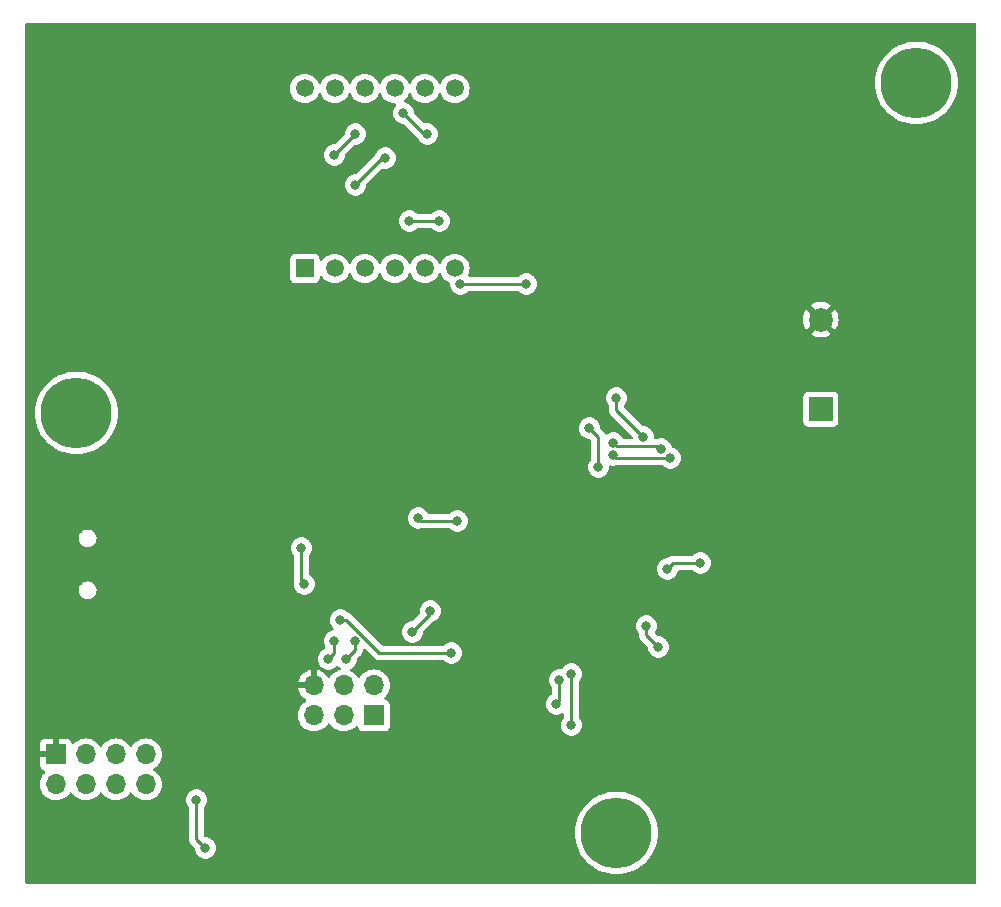
<source format=gbr>
%TF.GenerationSoftware,KiCad,Pcbnew,(7.0.0)*%
%TF.CreationDate,2023-05-03T15:36:06-06:00*%
%TF.ProjectId,Phase_B_ATMEGA_v3,50686173-655f-4425-9f41-544d4547415f,rev?*%
%TF.SameCoordinates,Original*%
%TF.FileFunction,Copper,L2,Bot*%
%TF.FilePolarity,Positive*%
%FSLAX46Y46*%
G04 Gerber Fmt 4.6, Leading zero omitted, Abs format (unit mm)*
G04 Created by KiCad (PCBNEW (7.0.0)) date 2023-05-03 15:36:06*
%MOMM*%
%LPD*%
G01*
G04 APERTURE LIST*
%TA.AperFunction,ComponentPad*%
%ADD10R,1.700000X1.700000*%
%TD*%
%TA.AperFunction,ComponentPad*%
%ADD11O,1.700000X1.700000*%
%TD*%
%TA.AperFunction,ComponentPad*%
%ADD12C,3.400000*%
%TD*%
%TA.AperFunction,ConnectorPad*%
%ADD13C,6.000000*%
%TD*%
%TA.AperFunction,ComponentPad*%
%ADD14R,2.000000X2.000000*%
%TD*%
%TA.AperFunction,ComponentPad*%
%ADD15C,2.000000*%
%TD*%
%TA.AperFunction,ComponentPad*%
%ADD16R,1.500000X1.500000*%
%TD*%
%TA.AperFunction,ComponentPad*%
%ADD17C,1.500000*%
%TD*%
%TA.AperFunction,ViaPad*%
%ADD18C,0.800000*%
%TD*%
%TA.AperFunction,Conductor*%
%ADD19C,0.250000*%
%TD*%
G04 APERTURE END LIST*
D10*
%TO.P,J1,1,MISO*%
%TO.N,MISO*%
X124243999Y-137373999D03*
D11*
%TO.P,J1,2,VCC*%
%TO.N,+5V*%
X124243999Y-134833999D03*
%TO.P,J1,3,SCK*%
%TO.N,SCK*%
X121703999Y-137373999D03*
%TO.P,J1,4,MOSI*%
%TO.N,MOSI*%
X121703999Y-134833999D03*
%TO.P,J1,5,~{RST}*%
%TO.N,RST*%
X119163999Y-137373999D03*
%TO.P,J1,6,GND*%
%TO.N,GND*%
X119163999Y-134833999D03*
%TD*%
D12*
%TO.P,REF\u002A\u002A,1*%
%TO.N,N/C*%
X99060000Y-111760000D03*
D13*
X99060000Y-111760000D03*
%TD*%
D14*
%TO.P,LS1,1,1*%
%TO.N,Buzzer*%
X162089999Y-111455999D03*
D15*
%TO.P,LS1,2,2*%
%TO.N,GND*%
X162090000Y-103856000D03*
%TD*%
D10*
%TO.P,J3,1,Pin_1*%
%TO.N,GND*%
X97319999Y-140675999D03*
D11*
%TO.P,J3,2,Pin_2*%
%TO.N,TX*%
X97319999Y-143215999D03*
%TO.P,J3,3,Pin_3*%
%TO.N,unconnected-(J3-Pin_3-Pad3)*%
X99859999Y-140675999D03*
%TO.P,J3,4,Pin_4*%
%TO.N,+3.3V*%
X99859999Y-143215999D03*
%TO.P,J3,5,Pin_5*%
%TO.N,Net-(J3-Pin_5)*%
X102399999Y-140675999D03*
%TO.P,J3,6,Pin_6*%
%TO.N,+3.3V*%
X102399999Y-143215999D03*
%TO.P,J3,7,Pin_7*%
%TO.N,RX*%
X104939999Y-140675999D03*
%TO.P,J3,8,Pin_8*%
%TO.N,+3.3V*%
X104939999Y-143215999D03*
%TD*%
D12*
%TO.P,REF\u002A\u002A,1*%
%TO.N,N/C*%
X144780000Y-147320000D03*
D13*
X144780000Y-147320000D03*
%TD*%
D12*
%TO.P,REF\u002A\u002A,1*%
%TO.N,N/C*%
X170180000Y-83820000D03*
D13*
X170180000Y-83820000D03*
%TD*%
D16*
%TO.P,U1,1,e*%
%TO.N,Net-(U1-e)*%
X118401999Y-99527999D03*
D17*
%TO.P,U1,2,d*%
%TO.N,Net-(U1-d)*%
X120942000Y-99528000D03*
%TO.P,U1,3,DPX*%
%TO.N,Net-(U1-DPX)*%
X123482000Y-99528000D03*
%TO.P,U1,4,c*%
%TO.N,Net-(U1-c)*%
X126022000Y-99528000D03*
%TO.P,U1,5,g*%
%TO.N,Net-(U1-g)*%
X128562000Y-99528000D03*
%TO.P,U1,6,CA4*%
%TO.N,Dig4*%
X131102000Y-99528000D03*
%TO.P,U1,7,b*%
%TO.N,Net-(U1-b)*%
X131102000Y-84288000D03*
%TO.P,U1,8,CA3*%
%TO.N,Dig3*%
X128562000Y-84288000D03*
%TO.P,U1,9,CA2*%
%TO.N,Dig2*%
X126022000Y-84288000D03*
%TO.P,U1,10,f*%
%TO.N,Net-(U1-f)*%
X123482000Y-84288000D03*
%TO.P,U1,11,a*%
%TO.N,Net-(U1-a)*%
X120942000Y-84288000D03*
%TO.P,U1,12,CA1*%
%TO.N,Dig1*%
X118402000Y-84288000D03*
%TD*%
D18*
%TO.N,+5V*%
X147320000Y-129794000D03*
X127508000Y-130302000D03*
X129032000Y-128524000D03*
X148336000Y-131572000D03*
%TO.N,GND*%
X149663390Y-108428451D03*
X104648000Y-126492000D03*
X134112000Y-145796000D03*
X140208000Y-122174000D03*
X144780000Y-132588000D03*
X113284000Y-113030000D03*
X112153518Y-131030528D03*
X133858000Y-121920000D03*
X141478000Y-130302000D03*
X135890000Y-140716000D03*
X137922000Y-141478000D03*
X134620000Y-136652000D03*
X112014000Y-140462000D03*
X133858000Y-112268000D03*
X150876000Y-130302000D03*
X130048000Y-118618000D03*
X164592000Y-104394000D03*
X130556000Y-114554000D03*
X132334000Y-145034000D03*
X144272000Y-118618000D03*
X132588000Y-125476000D03*
X129032000Y-118618000D03*
X143002000Y-120904000D03*
X109474000Y-133350000D03*
X111252000Y-124968000D03*
X126492000Y-126238000D03*
X126492000Y-123190000D03*
X126492000Y-127762000D03*
X134620000Y-116078000D03*
X114321944Y-143449234D03*
X151130000Y-146558000D03*
X122037247Y-117170801D03*
X144549596Y-108190482D03*
X106680000Y-134366000D03*
X135382000Y-130810000D03*
%TO.N,SCK*%
X120904000Y-131064000D03*
X120396000Y-132588000D03*
%TO.N,MOSI*%
X122682000Y-131064000D03*
X121920000Y-132588000D03*
%TO.N,TX*%
X139700000Y-136398000D03*
X139954000Y-134366000D03*
%TO.N,RX*%
X140970000Y-138176000D03*
X109982000Y-148590000D03*
X109220000Y-144526000D03*
X140970000Y-133858000D03*
%TO.N,Buzzer*%
X149098000Y-124968000D03*
X151892000Y-124460000D03*
%TO.N,Net-(U1-b)*%
X125222000Y-90170000D03*
X122682000Y-92456000D03*
%TO.N,Net-(U1-f)*%
X120904000Y-89916000D03*
X122682000Y-88138000D03*
%TO.N,Dig4*%
X137160000Y-100838000D03*
X144780000Y-110490000D03*
X131572000Y-100838000D03*
X147066000Y-113792000D03*
%TO.N,Dig3*%
X118110000Y-123190000D03*
X118364000Y-126238000D03*
X130810000Y-132080000D03*
X121412000Y-129286000D03*
%TO.N,Dig2*%
X126746000Y-86360000D03*
X128778000Y-88138000D03*
%TO.N,Dig1*%
X129794000Y-95504000D03*
X142494000Y-113030000D03*
X143256000Y-116332000D03*
X127254000Y-95504000D03*
%TO.N,SH_CP*%
X131318000Y-120904000D03*
X128016000Y-120650000D03*
%TO.N,ST_CP*%
X149352000Y-115570000D03*
X144526000Y-115316000D03*
%TO.N,DS*%
X148590000Y-114808000D03*
X144526000Y-114300000D03*
%TD*%
D19*
%TO.N,+5V*%
X147320000Y-130556000D02*
X148336000Y-131572000D01*
X147320000Y-129794000D02*
X147320000Y-130556000D01*
X129032000Y-128524000D02*
X129032000Y-128778000D01*
X129032000Y-128778000D02*
X127508000Y-130302000D01*
%TO.N,SCK*%
X120904000Y-131064000D02*
X120904000Y-132080000D01*
X120904000Y-132080000D02*
X120396000Y-132588000D01*
%TO.N,MOSI*%
X122682000Y-131826000D02*
X121920000Y-132588000D01*
X122682000Y-131064000D02*
X122682000Y-131826000D01*
%TO.N,TX*%
X139954000Y-134366000D02*
X139954000Y-136144000D01*
X139954000Y-136144000D02*
X139700000Y-136398000D01*
%TO.N,RX*%
X109220000Y-147828000D02*
X109982000Y-148590000D01*
X109220000Y-144526000D02*
X109220000Y-147828000D01*
X140970000Y-133858000D02*
X140970000Y-138176000D01*
%TO.N,Buzzer*%
X149098000Y-124968000D02*
X149606000Y-124460000D01*
X149606000Y-124460000D02*
X151638000Y-124460000D01*
%TO.N,Net-(U1-b)*%
X125222000Y-90170000D02*
X124968000Y-90170000D01*
X124968000Y-90170000D02*
X122682000Y-92456000D01*
%TO.N,Net-(U1-f)*%
X122682000Y-88138000D02*
X120904000Y-89916000D01*
%TO.N,Dig4*%
X144780000Y-111506000D02*
X144780000Y-110490000D01*
X131572000Y-100838000D02*
X137160000Y-100838000D01*
X147066000Y-113792000D02*
X144780000Y-111506000D01*
%TO.N,Dig3*%
X118110000Y-123190000D02*
X118110000Y-125984000D01*
X121929305Y-129286000D02*
X124723305Y-132080000D01*
X130810000Y-132080000D02*
X124723305Y-132080000D01*
X121412000Y-129286000D02*
X121929305Y-129286000D01*
X118110000Y-125984000D02*
X118364000Y-126238000D01*
%TO.N,Dig2*%
X126746000Y-86360000D02*
X128524000Y-88138000D01*
X128524000Y-88138000D02*
X128778000Y-88138000D01*
%TO.N,Dig1*%
X143256000Y-113792000D02*
X143256000Y-116332000D01*
X142494000Y-113030000D02*
X143256000Y-113792000D01*
X127254000Y-95504000D02*
X129794000Y-95504000D01*
%TO.N,SH_CP*%
X128270000Y-120904000D02*
X128016000Y-120650000D01*
X131318000Y-120904000D02*
X128270000Y-120904000D01*
%TO.N,ST_CP*%
X144526000Y-115316000D02*
X144780000Y-115570000D01*
X144780000Y-115570000D02*
X149352000Y-115570000D01*
%TO.N,DS*%
X148373000Y-114591000D02*
X144817000Y-114591000D01*
X148590000Y-114808000D02*
X148373000Y-114591000D01*
X144817000Y-114591000D02*
X144526000Y-114300000D01*
%TD*%
%TA.AperFunction,Conductor*%
%TO.N,GND*%
G36*
X175197500Y-78757113D02*
G01*
X175242887Y-78802500D01*
X175259500Y-78864500D01*
X175259500Y-151513500D01*
X175242887Y-151575500D01*
X175197500Y-151620887D01*
X175135500Y-151637500D01*
X94866500Y-151637500D01*
X94804500Y-151620887D01*
X94759113Y-151575500D01*
X94742500Y-151513500D01*
X94742500Y-143216000D01*
X95964341Y-143216000D01*
X95984937Y-143451408D01*
X95986336Y-143456630D01*
X95986337Y-143456634D01*
X96044694Y-143674430D01*
X96044697Y-143674438D01*
X96046097Y-143679663D01*
X96048385Y-143684570D01*
X96048386Y-143684572D01*
X96143678Y-143888927D01*
X96143681Y-143888933D01*
X96145965Y-143893830D01*
X96149064Y-143898257D01*
X96149066Y-143898259D01*
X96278399Y-144082966D01*
X96278402Y-144082970D01*
X96281505Y-144087401D01*
X96448599Y-144254495D01*
X96453031Y-144257598D01*
X96453033Y-144257600D01*
X96493720Y-144286089D01*
X96642170Y-144390035D01*
X96856337Y-144489903D01*
X97084592Y-144551063D01*
X97320000Y-144571659D01*
X97555408Y-144551063D01*
X97783663Y-144489903D01*
X97997830Y-144390035D01*
X98191401Y-144254495D01*
X98358495Y-144087401D01*
X98429907Y-143985415D01*
X98488425Y-143901842D01*
X98532743Y-143862976D01*
X98590000Y-143848965D01*
X98647257Y-143862976D01*
X98691575Y-143901842D01*
X98818395Y-144082961D01*
X98818401Y-144082968D01*
X98821505Y-144087401D01*
X98988599Y-144254495D01*
X98993031Y-144257598D01*
X98993033Y-144257600D01*
X99033720Y-144286089D01*
X99182170Y-144390035D01*
X99396337Y-144489903D01*
X99624592Y-144551063D01*
X99860000Y-144571659D01*
X100095408Y-144551063D01*
X100323663Y-144489903D01*
X100537830Y-144390035D01*
X100731401Y-144254495D01*
X100898495Y-144087401D01*
X100969907Y-143985415D01*
X101028425Y-143901842D01*
X101072743Y-143862976D01*
X101130000Y-143848965D01*
X101187257Y-143862976D01*
X101231575Y-143901842D01*
X101358395Y-144082961D01*
X101358401Y-144082968D01*
X101361505Y-144087401D01*
X101528599Y-144254495D01*
X101533031Y-144257598D01*
X101533033Y-144257600D01*
X101573720Y-144286089D01*
X101722170Y-144390035D01*
X101936337Y-144489903D01*
X102164592Y-144551063D01*
X102400000Y-144571659D01*
X102635408Y-144551063D01*
X102863663Y-144489903D01*
X103077830Y-144390035D01*
X103271401Y-144254495D01*
X103438495Y-144087401D01*
X103509907Y-143985415D01*
X103568425Y-143901842D01*
X103612743Y-143862976D01*
X103670000Y-143848965D01*
X103727257Y-143862976D01*
X103771575Y-143901842D01*
X103898395Y-144082961D01*
X103898401Y-144082968D01*
X103901505Y-144087401D01*
X104068599Y-144254495D01*
X104073031Y-144257598D01*
X104073033Y-144257600D01*
X104113720Y-144286089D01*
X104262170Y-144390035D01*
X104476337Y-144489903D01*
X104704592Y-144551063D01*
X104940000Y-144571659D01*
X105175408Y-144551063D01*
X105268946Y-144526000D01*
X108314540Y-144526000D01*
X108315219Y-144532460D01*
X108333646Y-144707795D01*
X108333647Y-144707803D01*
X108334326Y-144714256D01*
X108336331Y-144720428D01*
X108336333Y-144720435D01*
X108390813Y-144888105D01*
X108392821Y-144894284D01*
X108487467Y-145058216D01*
X108491811Y-145063041D01*
X108491813Y-145063043D01*
X108562650Y-145141715D01*
X108586264Y-145180249D01*
X108594500Y-145224687D01*
X108594500Y-147750225D01*
X108593978Y-147761280D01*
X108592327Y-147768667D01*
X108592571Y-147776453D01*
X108592571Y-147776461D01*
X108594439Y-147835873D01*
X108594500Y-147839768D01*
X108594500Y-147867350D01*
X108594988Y-147871219D01*
X108594989Y-147871225D01*
X108595004Y-147871343D01*
X108595918Y-147882966D01*
X108597045Y-147918830D01*
X108597046Y-147918837D01*
X108597291Y-147926627D01*
X108599467Y-147934119D01*
X108599468Y-147934121D01*
X108602879Y-147945862D01*
X108606825Y-147964915D01*
X108609336Y-147984792D01*
X108612206Y-147992042D01*
X108612208Y-147992048D01*
X108625414Y-148025404D01*
X108629197Y-148036451D01*
X108641382Y-148078390D01*
X108645353Y-148085105D01*
X108645354Y-148085107D01*
X108651581Y-148095637D01*
X108660136Y-148113099D01*
X108664642Y-148124480D01*
X108664643Y-148124483D01*
X108667514Y-148131732D01*
X108689440Y-148161912D01*
X108693181Y-148167060D01*
X108699593Y-148176822D01*
X108717856Y-148207702D01*
X108717859Y-148207707D01*
X108721830Y-148214420D01*
X108727345Y-148219935D01*
X108735990Y-148228580D01*
X108748626Y-148243374D01*
X108755819Y-148253275D01*
X108755823Y-148253279D01*
X108760406Y-148259587D01*
X108766415Y-148264558D01*
X108766416Y-148264559D01*
X108794058Y-148287426D01*
X108802699Y-148295289D01*
X109043038Y-148535628D01*
X109067278Y-148569926D01*
X109078678Y-148610347D01*
X109092590Y-148742712D01*
X109096326Y-148778256D01*
X109098331Y-148784428D01*
X109098333Y-148784435D01*
X109152813Y-148952105D01*
X109154821Y-148958284D01*
X109158068Y-148963908D01*
X109158069Y-148963910D01*
X109222425Y-149075379D01*
X109249467Y-149122216D01*
X109376129Y-149262888D01*
X109529270Y-149374151D01*
X109702197Y-149451144D01*
X109887354Y-149490500D01*
X110070143Y-149490500D01*
X110076646Y-149490500D01*
X110261803Y-149451144D01*
X110434730Y-149374151D01*
X110587871Y-149262888D01*
X110714533Y-149122216D01*
X110809179Y-148958284D01*
X110867674Y-148778256D01*
X110887460Y-148590000D01*
X110867674Y-148401744D01*
X110809179Y-148221716D01*
X110714533Y-148057784D01*
X110706438Y-148048794D01*
X110592220Y-147921942D01*
X110592219Y-147921941D01*
X110587871Y-147917112D01*
X110582613Y-147913292D01*
X110582611Y-147913290D01*
X110439988Y-147809669D01*
X110439987Y-147809668D01*
X110434730Y-147805849D01*
X110428792Y-147803205D01*
X110267745Y-147731501D01*
X110267740Y-147731499D01*
X110261803Y-147728856D01*
X110255444Y-147727504D01*
X110255440Y-147727503D01*
X110083008Y-147690852D01*
X110083005Y-147690851D01*
X110076646Y-147689500D01*
X110070143Y-147689500D01*
X110017453Y-147689500D01*
X109970000Y-147680061D01*
X109929772Y-147653181D01*
X109881819Y-147605228D01*
X109854939Y-147565000D01*
X109845500Y-147517547D01*
X109845500Y-147320000D01*
X141274696Y-147320000D01*
X141274866Y-147323244D01*
X141293565Y-147680061D01*
X141293898Y-147686404D01*
X141294403Y-147689597D01*
X141294405Y-147689609D01*
X141339932Y-147977051D01*
X141351295Y-148048794D01*
X141352133Y-148051923D01*
X141352136Y-148051935D01*
X141445415Y-148400056D01*
X141445419Y-148400070D01*
X141446258Y-148403199D01*
X141447421Y-148406228D01*
X141447425Y-148406241D01*
X141525774Y-148610347D01*
X141577745Y-148745736D01*
X141744318Y-149072652D01*
X141944149Y-149380366D01*
X142175051Y-149665506D01*
X142434494Y-149924949D01*
X142719634Y-150155851D01*
X143027348Y-150355682D01*
X143354264Y-150522255D01*
X143696801Y-150653742D01*
X144051206Y-150748705D01*
X144413596Y-150806102D01*
X144780000Y-150825304D01*
X145146404Y-150806102D01*
X145508794Y-150748705D01*
X145863199Y-150653742D01*
X146205736Y-150522255D01*
X146532652Y-150355682D01*
X146840366Y-150155851D01*
X147125506Y-149924949D01*
X147384949Y-149665506D01*
X147615851Y-149380366D01*
X147815682Y-149072652D01*
X147982255Y-148745736D01*
X148113742Y-148403199D01*
X148208705Y-148048794D01*
X148266102Y-147686404D01*
X148285304Y-147320000D01*
X148266102Y-146953596D01*
X148208705Y-146591206D01*
X148113742Y-146236801D01*
X147982255Y-145894264D01*
X147815682Y-145567348D01*
X147615851Y-145259634D01*
X147384949Y-144974494D01*
X147125506Y-144715051D01*
X146840366Y-144484149D01*
X146532652Y-144284318D01*
X146529764Y-144282846D01*
X146529758Y-144282843D01*
X146208617Y-144119213D01*
X146205736Y-144117745D01*
X146202715Y-144116585D01*
X146202712Y-144116584D01*
X145866241Y-143987425D01*
X145866228Y-143987421D01*
X145863199Y-143986258D01*
X145860070Y-143985419D01*
X145860056Y-143985415D01*
X145511935Y-143892136D01*
X145511923Y-143892133D01*
X145508794Y-143891295D01*
X145505581Y-143890786D01*
X145505576Y-143890785D01*
X145149609Y-143834405D01*
X145149597Y-143834403D01*
X145146404Y-143833898D01*
X145143171Y-143833728D01*
X145143166Y-143833728D01*
X144783244Y-143814866D01*
X144780000Y-143814696D01*
X144776756Y-143814866D01*
X144416833Y-143833728D01*
X144416826Y-143833728D01*
X144413596Y-143833898D01*
X144410404Y-143834403D01*
X144410390Y-143834405D01*
X144054423Y-143890785D01*
X144054414Y-143890786D01*
X144051206Y-143891295D01*
X144048080Y-143892132D01*
X144048064Y-143892136D01*
X143699943Y-143985415D01*
X143699923Y-143985421D01*
X143696801Y-143986258D01*
X143693776Y-143987418D01*
X143693758Y-143987425D01*
X143357287Y-144116584D01*
X143357277Y-144116588D01*
X143354264Y-144117745D01*
X143351389Y-144119209D01*
X143351382Y-144119213D01*
X143030241Y-144282843D01*
X143030227Y-144282850D01*
X143027348Y-144284318D01*
X143024628Y-144286084D01*
X143024620Y-144286089D01*
X142722362Y-144482377D01*
X142722356Y-144482380D01*
X142719634Y-144484149D01*
X142717114Y-144486189D01*
X142717108Y-144486194D01*
X142437012Y-144713011D01*
X142437001Y-144713020D01*
X142434494Y-144715051D01*
X142432209Y-144717335D01*
X142432199Y-144717345D01*
X142177345Y-144972199D01*
X142177335Y-144972209D01*
X142175051Y-144974494D01*
X142173020Y-144977001D01*
X142173011Y-144977012D01*
X141946194Y-145257108D01*
X141946189Y-145257114D01*
X141944149Y-145259634D01*
X141942380Y-145262356D01*
X141942377Y-145262362D01*
X141746089Y-145564620D01*
X141746084Y-145564628D01*
X141744318Y-145567348D01*
X141742850Y-145570227D01*
X141742843Y-145570241D01*
X141579213Y-145891382D01*
X141577745Y-145894264D01*
X141576588Y-145897277D01*
X141576584Y-145897287D01*
X141447425Y-146233758D01*
X141447418Y-146233776D01*
X141446258Y-146236801D01*
X141445421Y-146239923D01*
X141445415Y-146239943D01*
X141352136Y-146588064D01*
X141352132Y-146588080D01*
X141351295Y-146591206D01*
X141350786Y-146594414D01*
X141350785Y-146594423D01*
X141294405Y-146950390D01*
X141294403Y-146950404D01*
X141293898Y-146953596D01*
X141274696Y-147320000D01*
X109845500Y-147320000D01*
X109845500Y-145224687D01*
X109853736Y-145180249D01*
X109877350Y-145141715D01*
X109952533Y-145058216D01*
X110047179Y-144894284D01*
X110105674Y-144714256D01*
X110125460Y-144526000D01*
X110105674Y-144337744D01*
X110047179Y-144157716D01*
X109952533Y-143993784D01*
X109944997Y-143985415D01*
X109830220Y-143857942D01*
X109830219Y-143857941D01*
X109825871Y-143853112D01*
X109820613Y-143849292D01*
X109820611Y-143849290D01*
X109677988Y-143745669D01*
X109677987Y-143745668D01*
X109672730Y-143741849D01*
X109666792Y-143739205D01*
X109505745Y-143667501D01*
X109505740Y-143667499D01*
X109499803Y-143664856D01*
X109493444Y-143663504D01*
X109493440Y-143663503D01*
X109321008Y-143626852D01*
X109321005Y-143626851D01*
X109314646Y-143625500D01*
X109125354Y-143625500D01*
X109118995Y-143626851D01*
X109118991Y-143626852D01*
X108946559Y-143663503D01*
X108946552Y-143663505D01*
X108940197Y-143664856D01*
X108934262Y-143667498D01*
X108934254Y-143667501D01*
X108773207Y-143739205D01*
X108773202Y-143739207D01*
X108767270Y-143741849D01*
X108762016Y-143745665D01*
X108762011Y-143745669D01*
X108619388Y-143849290D01*
X108619381Y-143849295D01*
X108614129Y-143853112D01*
X108609784Y-143857937D01*
X108609779Y-143857942D01*
X108491813Y-143988956D01*
X108491808Y-143988962D01*
X108487467Y-143993784D01*
X108484222Y-143999404D01*
X108484218Y-143999410D01*
X108396069Y-144152089D01*
X108396066Y-144152094D01*
X108392821Y-144157716D01*
X108390815Y-144163888D01*
X108390813Y-144163894D01*
X108336333Y-144331564D01*
X108336331Y-144331573D01*
X108334326Y-144337744D01*
X108333648Y-144344194D01*
X108333646Y-144344204D01*
X108318334Y-144489903D01*
X108314540Y-144526000D01*
X105268946Y-144526000D01*
X105403663Y-144489903D01*
X105617830Y-144390035D01*
X105811401Y-144254495D01*
X105978495Y-144087401D01*
X106114035Y-143893830D01*
X106213903Y-143679663D01*
X106275063Y-143451408D01*
X106295659Y-143216000D01*
X106275063Y-142980592D01*
X106213903Y-142752337D01*
X106114035Y-142538171D01*
X105978495Y-142344599D01*
X105811401Y-142177505D01*
X105806968Y-142174401D01*
X105806961Y-142174395D01*
X105625842Y-142047575D01*
X105586976Y-142003257D01*
X105572965Y-141946000D01*
X105586976Y-141888743D01*
X105625842Y-141844425D01*
X105806961Y-141717604D01*
X105806961Y-141717603D01*
X105811401Y-141714495D01*
X105978495Y-141547401D01*
X106114035Y-141353830D01*
X106213903Y-141139663D01*
X106275063Y-140911408D01*
X106295659Y-140676000D01*
X106275063Y-140440592D01*
X106213903Y-140212337D01*
X106114035Y-139998171D01*
X105978495Y-139804599D01*
X105811401Y-139637505D01*
X105806970Y-139634402D01*
X105806966Y-139634399D01*
X105622259Y-139505066D01*
X105622257Y-139505064D01*
X105617830Y-139501965D01*
X105612933Y-139499681D01*
X105612927Y-139499678D01*
X105408572Y-139404386D01*
X105408570Y-139404385D01*
X105403663Y-139402097D01*
X105398438Y-139400697D01*
X105398430Y-139400694D01*
X105180634Y-139342337D01*
X105180630Y-139342336D01*
X105175408Y-139340937D01*
X105170020Y-139340465D01*
X105170017Y-139340465D01*
X104945395Y-139320813D01*
X104940000Y-139320341D01*
X104934605Y-139320813D01*
X104709982Y-139340465D01*
X104709977Y-139340465D01*
X104704592Y-139340937D01*
X104699371Y-139342335D01*
X104699365Y-139342337D01*
X104481569Y-139400694D01*
X104481557Y-139400698D01*
X104476337Y-139402097D01*
X104471432Y-139404383D01*
X104471427Y-139404386D01*
X104267081Y-139499675D01*
X104267077Y-139499677D01*
X104262171Y-139501965D01*
X104257738Y-139505068D01*
X104257731Y-139505073D01*
X104073034Y-139634399D01*
X104073029Y-139634402D01*
X104068599Y-139637505D01*
X104064775Y-139641328D01*
X104064769Y-139641334D01*
X103905334Y-139800769D01*
X103905328Y-139800775D01*
X103901505Y-139804599D01*
X103898403Y-139809028D01*
X103898403Y-139809029D01*
X103771574Y-139990160D01*
X103727256Y-140029025D01*
X103669999Y-140043036D01*
X103612742Y-140029025D01*
X103568426Y-139990161D01*
X103438495Y-139804599D01*
X103271401Y-139637505D01*
X103266970Y-139634402D01*
X103266966Y-139634399D01*
X103082259Y-139505066D01*
X103082257Y-139505064D01*
X103077830Y-139501965D01*
X103072933Y-139499681D01*
X103072927Y-139499678D01*
X102868572Y-139404386D01*
X102868570Y-139404385D01*
X102863663Y-139402097D01*
X102858438Y-139400697D01*
X102858430Y-139400694D01*
X102640634Y-139342337D01*
X102640630Y-139342336D01*
X102635408Y-139340937D01*
X102630020Y-139340465D01*
X102630017Y-139340465D01*
X102405395Y-139320813D01*
X102400000Y-139320341D01*
X102394605Y-139320813D01*
X102169982Y-139340465D01*
X102169977Y-139340465D01*
X102164592Y-139340937D01*
X102159371Y-139342335D01*
X102159365Y-139342337D01*
X101941569Y-139400694D01*
X101941557Y-139400698D01*
X101936337Y-139402097D01*
X101931432Y-139404383D01*
X101931427Y-139404386D01*
X101727081Y-139499675D01*
X101727077Y-139499677D01*
X101722171Y-139501965D01*
X101717738Y-139505068D01*
X101717731Y-139505073D01*
X101533034Y-139634399D01*
X101533029Y-139634402D01*
X101528599Y-139637505D01*
X101524775Y-139641328D01*
X101524769Y-139641334D01*
X101365334Y-139800769D01*
X101365328Y-139800775D01*
X101361505Y-139804599D01*
X101358403Y-139809028D01*
X101358403Y-139809029D01*
X101231574Y-139990160D01*
X101187256Y-140029025D01*
X101129999Y-140043036D01*
X101072742Y-140029025D01*
X101028426Y-139990161D01*
X100898495Y-139804599D01*
X100731401Y-139637505D01*
X100726970Y-139634402D01*
X100726966Y-139634399D01*
X100542259Y-139505066D01*
X100542257Y-139505064D01*
X100537830Y-139501965D01*
X100532933Y-139499681D01*
X100532927Y-139499678D01*
X100328572Y-139404386D01*
X100328570Y-139404385D01*
X100323663Y-139402097D01*
X100318438Y-139400697D01*
X100318430Y-139400694D01*
X100100634Y-139342337D01*
X100100630Y-139342336D01*
X100095408Y-139340937D01*
X100090020Y-139340465D01*
X100090017Y-139340465D01*
X99865395Y-139320813D01*
X99860000Y-139320341D01*
X99854605Y-139320813D01*
X99629982Y-139340465D01*
X99629977Y-139340465D01*
X99624592Y-139340937D01*
X99619371Y-139342335D01*
X99619365Y-139342337D01*
X99401569Y-139400694D01*
X99401557Y-139400698D01*
X99396337Y-139402097D01*
X99391432Y-139404383D01*
X99391427Y-139404386D01*
X99187081Y-139499675D01*
X99187077Y-139499677D01*
X99182171Y-139501965D01*
X99177738Y-139505068D01*
X99177731Y-139505073D01*
X98993034Y-139634399D01*
X98993029Y-139634402D01*
X98988599Y-139637505D01*
X98984775Y-139641328D01*
X98984775Y-139641329D01*
X98866285Y-139759819D01*
X98813538Y-139791114D01*
X98752246Y-139793303D01*
X98697401Y-139765850D01*
X98662422Y-139715471D01*
X98616451Y-139592220D01*
X98608037Y-139576810D01*
X98532501Y-139475907D01*
X98520092Y-139463498D01*
X98419189Y-139387962D01*
X98403777Y-139379547D01*
X98284641Y-139335111D01*
X98269667Y-139331573D01*
X98221114Y-139326353D01*
X98214518Y-139326000D01*
X97586326Y-139326000D01*
X97573450Y-139329450D01*
X97570000Y-139342326D01*
X97570000Y-140802000D01*
X97553387Y-140864000D01*
X97508000Y-140909387D01*
X97446000Y-140926000D01*
X95986326Y-140926000D01*
X95973450Y-140929450D01*
X95970000Y-140942326D01*
X95970000Y-141570518D01*
X95970353Y-141577114D01*
X95975573Y-141625667D01*
X95979111Y-141640641D01*
X96023547Y-141759777D01*
X96031962Y-141775189D01*
X96107498Y-141876092D01*
X96119907Y-141888501D01*
X96220810Y-141964037D01*
X96236220Y-141972451D01*
X96359471Y-142018422D01*
X96409850Y-142053401D01*
X96437303Y-142108246D01*
X96435114Y-142169538D01*
X96403819Y-142222284D01*
X96281505Y-142344599D01*
X96278402Y-142349029D01*
X96278399Y-142349034D01*
X96149073Y-142533731D01*
X96149068Y-142533738D01*
X96145965Y-142538171D01*
X96143677Y-142543077D01*
X96143675Y-142543081D01*
X96048386Y-142747427D01*
X96048383Y-142747432D01*
X96046097Y-142752337D01*
X96044698Y-142757557D01*
X96044694Y-142757569D01*
X95986337Y-142975365D01*
X95986335Y-142975371D01*
X95984937Y-142980592D01*
X95964341Y-143216000D01*
X94742500Y-143216000D01*
X94742500Y-140409674D01*
X95970000Y-140409674D01*
X95973450Y-140422549D01*
X95986326Y-140426000D01*
X97053674Y-140426000D01*
X97066549Y-140422549D01*
X97070000Y-140409674D01*
X97070000Y-139342326D01*
X97066549Y-139329450D01*
X97053674Y-139326000D01*
X96425482Y-139326000D01*
X96418885Y-139326353D01*
X96370332Y-139331573D01*
X96355358Y-139335111D01*
X96236222Y-139379547D01*
X96220810Y-139387962D01*
X96119907Y-139463498D01*
X96107498Y-139475907D01*
X96031962Y-139576810D01*
X96023547Y-139592222D01*
X95979111Y-139711358D01*
X95975573Y-139726332D01*
X95970353Y-139774885D01*
X95970000Y-139781482D01*
X95970000Y-140409674D01*
X94742500Y-140409674D01*
X94742500Y-137374000D01*
X117808341Y-137374000D01*
X117828937Y-137609408D01*
X117830336Y-137614630D01*
X117830337Y-137614634D01*
X117888694Y-137832430D01*
X117888697Y-137832438D01*
X117890097Y-137837663D01*
X117892385Y-137842570D01*
X117892386Y-137842572D01*
X117987678Y-138046927D01*
X117987681Y-138046933D01*
X117989965Y-138051830D01*
X117993064Y-138056257D01*
X117993066Y-138056259D01*
X118122399Y-138240966D01*
X118122402Y-138240970D01*
X118125505Y-138245401D01*
X118292599Y-138412495D01*
X118297031Y-138415598D01*
X118297033Y-138415600D01*
X118441260Y-138516589D01*
X118486170Y-138548035D01*
X118700337Y-138647903D01*
X118928592Y-138709063D01*
X119164000Y-138729659D01*
X119399408Y-138709063D01*
X119627663Y-138647903D01*
X119841830Y-138548035D01*
X120035401Y-138412495D01*
X120202495Y-138245401D01*
X120255614Y-138169540D01*
X120332425Y-138059842D01*
X120376743Y-138020976D01*
X120434000Y-138006965D01*
X120491257Y-138020976D01*
X120535575Y-138059842D01*
X120662395Y-138240961D01*
X120662401Y-138240968D01*
X120665505Y-138245401D01*
X120832599Y-138412495D01*
X120837031Y-138415598D01*
X120837033Y-138415600D01*
X120981260Y-138516589D01*
X121026170Y-138548035D01*
X121240337Y-138647903D01*
X121468592Y-138709063D01*
X121704000Y-138729659D01*
X121939408Y-138709063D01*
X122167663Y-138647903D01*
X122381830Y-138548035D01*
X122575401Y-138412495D01*
X122697329Y-138290566D01*
X122750072Y-138259273D01*
X122811365Y-138257084D01*
X122866210Y-138284537D01*
X122901189Y-138334916D01*
X122914437Y-138370435D01*
X122950204Y-138466331D01*
X122955518Y-138473430D01*
X122955519Y-138473431D01*
X123011367Y-138548035D01*
X123036454Y-138581546D01*
X123151669Y-138667796D01*
X123286517Y-138718091D01*
X123346127Y-138724500D01*
X125141872Y-138724499D01*
X125201483Y-138718091D01*
X125336331Y-138667796D01*
X125451546Y-138581546D01*
X125537796Y-138466331D01*
X125588091Y-138331483D01*
X125594500Y-138271873D01*
X125594499Y-136476128D01*
X125588091Y-136416517D01*
X125581185Y-136398000D01*
X138794540Y-136398000D01*
X138795219Y-136404460D01*
X138813646Y-136579795D01*
X138813647Y-136579803D01*
X138814326Y-136586256D01*
X138816331Y-136592428D01*
X138816333Y-136592435D01*
X138851635Y-136701081D01*
X138872821Y-136766284D01*
X138876068Y-136771908D01*
X138876069Y-136771910D01*
X138959010Y-136915569D01*
X138967467Y-136930216D01*
X139094129Y-137070888D01*
X139247270Y-137182151D01*
X139420197Y-137259144D01*
X139605354Y-137298500D01*
X139788143Y-137298500D01*
X139794646Y-137298500D01*
X139979803Y-137259144D01*
X140152730Y-137182151D01*
X140157993Y-137178326D01*
X140158499Y-137178035D01*
X140220499Y-137161422D01*
X140282500Y-137178035D01*
X140327887Y-137223422D01*
X140344500Y-137285422D01*
X140344500Y-137477313D01*
X140336264Y-137521751D01*
X140312650Y-137560285D01*
X140241813Y-137638956D01*
X140241808Y-137638962D01*
X140237467Y-137643784D01*
X140234222Y-137649404D01*
X140234218Y-137649410D01*
X140146069Y-137802089D01*
X140146066Y-137802094D01*
X140142821Y-137807716D01*
X140140815Y-137813888D01*
X140140813Y-137813894D01*
X140086333Y-137981564D01*
X140086331Y-137981573D01*
X140084326Y-137987744D01*
X140083648Y-137994194D01*
X140083646Y-137994204D01*
X140076748Y-138059842D01*
X140064540Y-138176000D01*
X140065219Y-138182460D01*
X140083646Y-138357795D01*
X140083647Y-138357803D01*
X140084326Y-138364256D01*
X140086331Y-138370428D01*
X140086333Y-138370435D01*
X140114792Y-138458021D01*
X140142821Y-138544284D01*
X140146068Y-138549908D01*
X140146069Y-138549910D01*
X140214130Y-138667796D01*
X140237467Y-138708216D01*
X140241811Y-138713041D01*
X140241813Y-138713043D01*
X140252128Y-138724499D01*
X140364129Y-138848888D01*
X140517270Y-138960151D01*
X140690197Y-139037144D01*
X140875354Y-139076500D01*
X141058143Y-139076500D01*
X141064646Y-139076500D01*
X141249803Y-139037144D01*
X141422730Y-138960151D01*
X141575871Y-138848888D01*
X141702533Y-138708216D01*
X141797179Y-138544284D01*
X141855674Y-138364256D01*
X141875460Y-138176000D01*
X141855674Y-137987744D01*
X141797179Y-137807716D01*
X141702533Y-137643784D01*
X141627349Y-137560284D01*
X141603736Y-137521751D01*
X141595500Y-137477313D01*
X141595500Y-134556687D01*
X141603736Y-134512249D01*
X141627350Y-134473715D01*
X141702533Y-134390216D01*
X141797179Y-134226284D01*
X141855674Y-134046256D01*
X141875460Y-133858000D01*
X141855674Y-133669744D01*
X141797179Y-133489716D01*
X141702533Y-133325784D01*
X141639749Y-133256056D01*
X141580220Y-133189942D01*
X141580219Y-133189941D01*
X141575871Y-133185112D01*
X141570613Y-133181292D01*
X141570611Y-133181290D01*
X141427988Y-133077669D01*
X141427987Y-133077668D01*
X141422730Y-133073849D01*
X141412237Y-133069177D01*
X141255745Y-132999501D01*
X141255740Y-132999499D01*
X141249803Y-132996856D01*
X141243444Y-132995504D01*
X141243440Y-132995503D01*
X141071008Y-132958852D01*
X141071005Y-132958851D01*
X141064646Y-132957500D01*
X140875354Y-132957500D01*
X140868995Y-132958851D01*
X140868991Y-132958852D01*
X140696559Y-132995503D01*
X140696552Y-132995505D01*
X140690197Y-132996856D01*
X140684262Y-132999498D01*
X140684254Y-132999501D01*
X140523207Y-133071205D01*
X140523202Y-133071207D01*
X140517270Y-133073849D01*
X140512016Y-133077665D01*
X140512011Y-133077669D01*
X140369388Y-133181290D01*
X140369381Y-133181295D01*
X140364129Y-133185112D01*
X140359784Y-133189937D01*
X140359779Y-133189942D01*
X140241813Y-133320956D01*
X140241808Y-133320962D01*
X140237467Y-133325784D01*
X140234221Y-133331405D01*
X140234221Y-133331406D01*
X140190025Y-133407956D01*
X140155524Y-133446272D01*
X140108422Y-133467245D01*
X140061493Y-133467245D01*
X140061464Y-133467531D01*
X140058752Y-133467245D01*
X140056861Y-133467246D01*
X140055009Y-133466852D01*
X140055004Y-133466851D01*
X140048646Y-133465500D01*
X139859354Y-133465500D01*
X139852995Y-133466851D01*
X139852991Y-133466852D01*
X139680559Y-133503503D01*
X139680552Y-133503505D01*
X139674197Y-133504856D01*
X139668262Y-133507498D01*
X139668254Y-133507501D01*
X139507207Y-133579205D01*
X139507202Y-133579207D01*
X139501270Y-133581849D01*
X139496016Y-133585665D01*
X139496011Y-133585669D01*
X139353388Y-133689290D01*
X139353381Y-133689295D01*
X139348129Y-133693112D01*
X139343784Y-133697937D01*
X139343779Y-133697942D01*
X139225813Y-133828956D01*
X139225808Y-133828962D01*
X139221467Y-133833784D01*
X139218222Y-133839404D01*
X139218218Y-133839410D01*
X139130069Y-133992089D01*
X139130066Y-133992094D01*
X139126821Y-133997716D01*
X139124815Y-134003888D01*
X139124813Y-134003894D01*
X139070333Y-134171564D01*
X139070331Y-134171573D01*
X139068326Y-134177744D01*
X139067648Y-134184194D01*
X139067646Y-134184204D01*
X139049962Y-134352464D01*
X139048540Y-134366000D01*
X139049219Y-134372460D01*
X139067646Y-134547795D01*
X139067647Y-134547803D01*
X139068326Y-134554256D01*
X139070331Y-134560428D01*
X139070333Y-134560435D01*
X139124813Y-134728105D01*
X139126821Y-134734284D01*
X139221467Y-134898216D01*
X139225811Y-134903041D01*
X139225813Y-134903043D01*
X139296650Y-134981715D01*
X139320264Y-135020249D01*
X139328500Y-135064687D01*
X139328500Y-135497156D01*
X139319471Y-135543606D01*
X139293700Y-135583292D01*
X139258733Y-135607776D01*
X139258837Y-135607955D01*
X139256797Y-135609132D01*
X139254939Y-135610434D01*
X139253209Y-135611203D01*
X139253195Y-135611210D01*
X139247270Y-135613849D01*
X139242016Y-135617665D01*
X139242011Y-135617669D01*
X139099388Y-135721290D01*
X139099381Y-135721295D01*
X139094129Y-135725112D01*
X139089784Y-135729937D01*
X139089779Y-135729942D01*
X138971813Y-135860956D01*
X138971808Y-135860962D01*
X138967467Y-135865784D01*
X138964222Y-135871404D01*
X138964218Y-135871410D01*
X138876069Y-136024089D01*
X138876066Y-136024094D01*
X138872821Y-136029716D01*
X138870815Y-136035888D01*
X138870813Y-136035894D01*
X138816333Y-136203564D01*
X138816331Y-136203573D01*
X138814326Y-136209744D01*
X138813648Y-136216194D01*
X138813646Y-136216204D01*
X138795962Y-136384464D01*
X138794540Y-136398000D01*
X125581185Y-136398000D01*
X125537796Y-136281669D01*
X125451546Y-136166454D01*
X125444196Y-136160952D01*
X125343431Y-136085519D01*
X125343430Y-136085518D01*
X125336331Y-136080204D01*
X125266359Y-136054106D01*
X125204916Y-136031189D01*
X125154537Y-135996210D01*
X125127084Y-135941365D01*
X125129273Y-135880072D01*
X125160566Y-135827329D01*
X125282495Y-135705401D01*
X125418035Y-135511830D01*
X125517903Y-135297663D01*
X125579063Y-135069408D01*
X125599659Y-134834000D01*
X125579063Y-134598592D01*
X125524523Y-134395043D01*
X125519305Y-134375569D01*
X125519304Y-134375567D01*
X125517903Y-134370337D01*
X125418035Y-134156171D01*
X125282495Y-133962599D01*
X125115401Y-133795505D01*
X125110970Y-133792402D01*
X125110966Y-133792399D01*
X124926259Y-133663066D01*
X124926257Y-133663064D01*
X124921830Y-133659965D01*
X124916930Y-133657680D01*
X124916927Y-133657678D01*
X124712572Y-133562386D01*
X124712570Y-133562385D01*
X124707663Y-133560097D01*
X124702438Y-133558697D01*
X124702430Y-133558694D01*
X124484634Y-133500337D01*
X124484630Y-133500336D01*
X124479408Y-133498937D01*
X124474020Y-133498465D01*
X124474017Y-133498465D01*
X124249395Y-133478813D01*
X124244000Y-133478341D01*
X124238605Y-133478813D01*
X124013982Y-133498465D01*
X124013977Y-133498465D01*
X124008592Y-133498937D01*
X124003371Y-133500335D01*
X124003365Y-133500337D01*
X123785569Y-133558694D01*
X123785557Y-133558698D01*
X123780337Y-133560097D01*
X123775432Y-133562383D01*
X123775427Y-133562386D01*
X123571081Y-133657675D01*
X123571077Y-133657677D01*
X123566171Y-133659965D01*
X123561738Y-133663068D01*
X123561731Y-133663073D01*
X123377034Y-133792399D01*
X123377029Y-133792402D01*
X123372599Y-133795505D01*
X123368775Y-133799328D01*
X123368769Y-133799334D01*
X123209334Y-133958769D01*
X123209328Y-133958775D01*
X123205505Y-133962599D01*
X123202402Y-133967029D01*
X123202399Y-133967034D01*
X123075575Y-134148159D01*
X123031257Y-134187025D01*
X122974000Y-134201036D01*
X122916743Y-134187025D01*
X122872425Y-134148159D01*
X122861327Y-134132310D01*
X122742495Y-133962599D01*
X122575401Y-133795505D01*
X122570970Y-133792402D01*
X122570966Y-133792399D01*
X122386259Y-133663066D01*
X122386257Y-133663064D01*
X122381830Y-133659965D01*
X122376919Y-133657675D01*
X122308238Y-133625648D01*
X122264005Y-133590964D01*
X122239630Y-133540315D01*
X122240121Y-133484107D01*
X122265378Y-133433892D01*
X122310206Y-133399988D01*
X122372730Y-133372151D01*
X122525871Y-133260888D01*
X122652533Y-133120216D01*
X122747179Y-132956284D01*
X122805674Y-132776256D01*
X122823321Y-132608344D01*
X122834721Y-132567925D01*
X122858958Y-132533630D01*
X123069306Y-132323282D01*
X123077482Y-132315843D01*
X123083877Y-132311786D01*
X123129933Y-132262740D01*
X123132550Y-132260038D01*
X123152120Y-132240470D01*
X123154565Y-132237316D01*
X123162155Y-132228428D01*
X123192062Y-132196582D01*
X123201709Y-132179032D01*
X123212393Y-132162766D01*
X123224674Y-132146936D01*
X123242018Y-132106851D01*
X123247160Y-132096356D01*
X123268197Y-132058092D01*
X123273179Y-132038689D01*
X123279480Y-132020283D01*
X123287438Y-132001895D01*
X123294269Y-131958756D01*
X123296639Y-131947315D01*
X123298445Y-131940284D01*
X123307500Y-131905019D01*
X123307500Y-131884983D01*
X123309025Y-131865597D01*
X123312160Y-131845804D01*
X123312030Y-131844433D01*
X123326021Y-131792651D01*
X123364075Y-131750030D01*
X123417199Y-131728997D01*
X123474115Y-131734016D01*
X123522738Y-131764023D01*
X124226012Y-132467297D01*
X124233461Y-132475483D01*
X124237519Y-132481877D01*
X124243204Y-132487215D01*
X124243206Y-132487218D01*
X124286544Y-132527915D01*
X124289341Y-132530626D01*
X124308835Y-132550120D01*
X124311920Y-132552513D01*
X124312006Y-132552580D01*
X124320878Y-132560158D01*
X124335593Y-132573976D01*
X124352723Y-132590062D01*
X124359553Y-132593817D01*
X124359556Y-132593819D01*
X124370276Y-132599712D01*
X124386527Y-132610386D01*
X124402369Y-132622674D01*
X124409526Y-132625771D01*
X124409528Y-132625772D01*
X124442460Y-132640022D01*
X124452955Y-132645164D01*
X124491213Y-132666197D01*
X124510617Y-132671179D01*
X124529019Y-132677480D01*
X124540246Y-132682338D01*
X124547410Y-132685438D01*
X124585002Y-132691391D01*
X124590544Y-132692269D01*
X124601987Y-132694639D01*
X124636730Y-132703560D01*
X124636731Y-132703560D01*
X124644286Y-132705500D01*
X124664322Y-132705500D01*
X124683707Y-132707025D01*
X124703501Y-132710160D01*
X124741581Y-132706560D01*
X124746981Y-132706050D01*
X124758650Y-132705500D01*
X130106252Y-132705500D01*
X130156685Y-132716219D01*
X130194781Y-132743895D01*
X130194950Y-132743709D01*
X130196728Y-132745310D01*
X130198398Y-132746523D01*
X130204129Y-132752888D01*
X130209387Y-132756708D01*
X130209388Y-132756709D01*
X130236292Y-132776256D01*
X130357270Y-132864151D01*
X130530197Y-132941144D01*
X130715354Y-132980500D01*
X130898143Y-132980500D01*
X130904646Y-132980500D01*
X131089803Y-132941144D01*
X131262730Y-132864151D01*
X131415871Y-132752888D01*
X131542533Y-132612216D01*
X131637179Y-132448284D01*
X131695674Y-132268256D01*
X131715460Y-132080000D01*
X131695674Y-131891744D01*
X131637179Y-131711716D01*
X131542533Y-131547784D01*
X131458539Y-131454500D01*
X131420220Y-131411942D01*
X131420219Y-131411941D01*
X131415871Y-131407112D01*
X131410613Y-131403292D01*
X131410611Y-131403290D01*
X131267988Y-131299669D01*
X131267987Y-131299668D01*
X131262730Y-131295849D01*
X131256792Y-131293205D01*
X131095745Y-131221501D01*
X131095740Y-131221499D01*
X131089803Y-131218856D01*
X131083444Y-131217504D01*
X131083440Y-131217503D01*
X130911008Y-131180852D01*
X130911005Y-131180851D01*
X130904646Y-131179500D01*
X130715354Y-131179500D01*
X130708995Y-131180851D01*
X130708991Y-131180852D01*
X130536559Y-131217503D01*
X130536552Y-131217505D01*
X130530197Y-131218856D01*
X130524262Y-131221498D01*
X130524254Y-131221501D01*
X130363207Y-131293205D01*
X130363202Y-131293207D01*
X130357270Y-131295849D01*
X130352016Y-131299665D01*
X130352011Y-131299669D01*
X130209388Y-131403290D01*
X130209381Y-131403295D01*
X130204129Y-131407112D01*
X130199780Y-131411941D01*
X130199781Y-131411941D01*
X130198399Y-131413476D01*
X130196728Y-131414689D01*
X130194950Y-131416291D01*
X130194781Y-131416104D01*
X130156685Y-131443781D01*
X130106252Y-131454500D01*
X125033757Y-131454500D01*
X124986304Y-131445061D01*
X124946076Y-131418181D01*
X123829895Y-130302000D01*
X126602540Y-130302000D01*
X126603219Y-130308460D01*
X126621646Y-130483795D01*
X126621647Y-130483803D01*
X126622326Y-130490256D01*
X126624331Y-130496428D01*
X126624333Y-130496435D01*
X126678188Y-130662180D01*
X126680821Y-130670284D01*
X126684068Y-130675908D01*
X126684069Y-130675910D01*
X126763279Y-130813107D01*
X126775467Y-130834216D01*
X126779811Y-130839041D01*
X126779813Y-130839043D01*
X126877860Y-130947935D01*
X126902129Y-130974888D01*
X127055270Y-131086151D01*
X127228197Y-131163144D01*
X127413354Y-131202500D01*
X127596143Y-131202500D01*
X127602646Y-131202500D01*
X127787803Y-131163144D01*
X127960730Y-131086151D01*
X128113871Y-130974888D01*
X128240533Y-130834216D01*
X128335179Y-130670284D01*
X128393674Y-130490256D01*
X128411321Y-130322345D01*
X128422721Y-130281926D01*
X128446958Y-130247631D01*
X128900588Y-129794000D01*
X146414540Y-129794000D01*
X146415219Y-129800460D01*
X146433646Y-129975795D01*
X146433647Y-129975803D01*
X146434326Y-129982256D01*
X146436331Y-129988428D01*
X146436333Y-129988435D01*
X146488341Y-130148496D01*
X146492821Y-130162284D01*
X146496068Y-130167908D01*
X146496069Y-130167910D01*
X146577215Y-130308460D01*
X146587467Y-130326216D01*
X146591811Y-130331041D01*
X146591813Y-130331043D01*
X146661412Y-130408340D01*
X146686990Y-130452374D01*
X146691999Y-130496677D01*
X146692327Y-130496667D01*
X146692571Y-130504452D01*
X146692571Y-130504459D01*
X146694439Y-130563873D01*
X146694500Y-130567768D01*
X146694500Y-130595350D01*
X146694988Y-130599219D01*
X146694989Y-130599225D01*
X146695004Y-130599343D01*
X146695918Y-130610966D01*
X146697045Y-130646830D01*
X146697046Y-130646837D01*
X146697291Y-130654627D01*
X146699467Y-130662119D01*
X146699468Y-130662121D01*
X146702879Y-130673862D01*
X146706825Y-130692915D01*
X146709336Y-130712792D01*
X146712206Y-130720042D01*
X146712208Y-130720048D01*
X146725414Y-130753404D01*
X146729197Y-130764451D01*
X146741382Y-130806390D01*
X146745353Y-130813105D01*
X146745354Y-130813107D01*
X146751581Y-130823637D01*
X146760136Y-130841099D01*
X146764642Y-130852480D01*
X146764643Y-130852483D01*
X146767514Y-130859732D01*
X146783841Y-130882204D01*
X146793181Y-130895060D01*
X146799593Y-130904822D01*
X146817856Y-130935702D01*
X146817859Y-130935707D01*
X146821830Y-130942420D01*
X146827345Y-130947935D01*
X146835990Y-130956580D01*
X146848626Y-130971374D01*
X146855819Y-130981275D01*
X146855823Y-130981279D01*
X146860406Y-130987587D01*
X146866415Y-130992558D01*
X146866416Y-130992559D01*
X146894058Y-131015426D01*
X146902699Y-131023289D01*
X147397038Y-131517629D01*
X147421278Y-131551927D01*
X147432678Y-131592348D01*
X147444633Y-131706089D01*
X147450326Y-131760256D01*
X147452331Y-131766428D01*
X147452333Y-131766435D01*
X147499400Y-131911290D01*
X147508821Y-131940284D01*
X147512068Y-131945908D01*
X147512069Y-131945910D01*
X147593215Y-132086460D01*
X147603467Y-132104216D01*
X147607811Y-132109041D01*
X147607813Y-132109043D01*
X147719140Y-132232684D01*
X147730129Y-132244888D01*
X147735387Y-132248708D01*
X147735388Y-132248709D01*
X147754751Y-132262777D01*
X147883270Y-132356151D01*
X148056197Y-132433144D01*
X148241354Y-132472500D01*
X148424143Y-132472500D01*
X148430646Y-132472500D01*
X148615803Y-132433144D01*
X148788730Y-132356151D01*
X148941871Y-132244888D01*
X149068533Y-132104216D01*
X149163179Y-131940284D01*
X149221674Y-131760256D01*
X149241460Y-131572000D01*
X149221674Y-131383744D01*
X149163179Y-131203716D01*
X149068533Y-131039784D01*
X149021534Y-130987587D01*
X148946220Y-130903942D01*
X148946219Y-130903941D01*
X148941871Y-130899112D01*
X148936613Y-130895292D01*
X148936611Y-130895290D01*
X148793988Y-130791669D01*
X148793987Y-130791668D01*
X148788730Y-130787849D01*
X148782792Y-130785205D01*
X148621745Y-130713501D01*
X148621740Y-130713499D01*
X148615803Y-130710856D01*
X148609444Y-130709504D01*
X148609440Y-130709503D01*
X148437008Y-130672852D01*
X148437005Y-130672851D01*
X148430646Y-130671500D01*
X148424143Y-130671500D01*
X148371452Y-130671500D01*
X148323999Y-130662061D01*
X148283771Y-130635181D01*
X148091363Y-130442772D01*
X148062522Y-130397501D01*
X148055516Y-130344283D01*
X148071656Y-130293093D01*
X148147179Y-130162284D01*
X148205674Y-129982256D01*
X148225460Y-129794000D01*
X148205674Y-129605744D01*
X148147179Y-129425716D01*
X148052533Y-129261784D01*
X147925871Y-129121112D01*
X147920613Y-129117292D01*
X147920611Y-129117290D01*
X147777988Y-129013669D01*
X147777987Y-129013668D01*
X147772730Y-129009849D01*
X147766792Y-129007205D01*
X147605745Y-128935501D01*
X147605740Y-128935499D01*
X147599803Y-128932856D01*
X147593444Y-128931504D01*
X147593440Y-128931503D01*
X147421008Y-128894852D01*
X147421005Y-128894851D01*
X147414646Y-128893500D01*
X147225354Y-128893500D01*
X147218995Y-128894851D01*
X147218991Y-128894852D01*
X147046559Y-128931503D01*
X147046552Y-128931505D01*
X147040197Y-128932856D01*
X147034262Y-128935498D01*
X147034254Y-128935501D01*
X146873207Y-129007205D01*
X146873202Y-129007207D01*
X146867270Y-129009849D01*
X146862016Y-129013665D01*
X146862011Y-129013669D01*
X146719388Y-129117290D01*
X146719381Y-129117295D01*
X146714129Y-129121112D01*
X146709784Y-129125937D01*
X146709779Y-129125942D01*
X146591813Y-129256956D01*
X146591808Y-129256962D01*
X146587467Y-129261784D01*
X146584222Y-129267404D01*
X146584218Y-129267410D01*
X146496069Y-129420089D01*
X146496066Y-129420094D01*
X146492821Y-129425716D01*
X146490815Y-129431888D01*
X146490813Y-129431894D01*
X146436333Y-129599564D01*
X146436331Y-129599573D01*
X146434326Y-129605744D01*
X146433648Y-129612194D01*
X146433646Y-129612204D01*
X146417085Y-129769784D01*
X146414540Y-129794000D01*
X128900588Y-129794000D01*
X129291305Y-129403283D01*
X129328541Y-129377691D01*
X129484730Y-129308151D01*
X129637871Y-129196888D01*
X129764533Y-129056216D01*
X129859179Y-128892284D01*
X129917674Y-128712256D01*
X129937460Y-128524000D01*
X129917674Y-128335744D01*
X129859179Y-128155716D01*
X129764533Y-127991784D01*
X129637871Y-127851112D01*
X129632613Y-127847292D01*
X129632611Y-127847290D01*
X129489988Y-127743669D01*
X129489987Y-127743668D01*
X129484730Y-127739849D01*
X129478792Y-127737205D01*
X129317745Y-127665501D01*
X129317740Y-127665499D01*
X129311803Y-127662856D01*
X129305444Y-127661504D01*
X129305440Y-127661503D01*
X129133008Y-127624852D01*
X129133005Y-127624851D01*
X129126646Y-127623500D01*
X128937354Y-127623500D01*
X128930995Y-127624851D01*
X128930991Y-127624852D01*
X128758559Y-127661503D01*
X128758552Y-127661505D01*
X128752197Y-127662856D01*
X128746262Y-127665498D01*
X128746254Y-127665501D01*
X128585207Y-127737205D01*
X128585202Y-127737207D01*
X128579270Y-127739849D01*
X128574016Y-127743665D01*
X128574011Y-127743669D01*
X128431388Y-127847290D01*
X128431381Y-127847295D01*
X128426129Y-127851112D01*
X128421784Y-127855937D01*
X128421779Y-127855942D01*
X128303813Y-127986956D01*
X128303808Y-127986962D01*
X128299467Y-127991784D01*
X128296222Y-127997404D01*
X128296218Y-127997410D01*
X128208069Y-128150089D01*
X128208066Y-128150094D01*
X128204821Y-128155716D01*
X128202815Y-128161888D01*
X128202813Y-128161894D01*
X128148333Y-128329564D01*
X128148331Y-128329573D01*
X128146326Y-128335744D01*
X128145648Y-128342194D01*
X128145646Y-128342204D01*
X128140954Y-128386852D01*
X128126540Y-128524000D01*
X128127219Y-128530460D01*
X128146326Y-128712256D01*
X128144170Y-128712482D01*
X128142210Y-128761965D01*
X128111005Y-128814402D01*
X127560228Y-129365181D01*
X127520000Y-129392061D01*
X127472547Y-129401500D01*
X127413354Y-129401500D01*
X127406995Y-129402851D01*
X127406991Y-129402852D01*
X127234559Y-129439503D01*
X127234552Y-129439505D01*
X127228197Y-129440856D01*
X127222262Y-129443498D01*
X127222254Y-129443501D01*
X127061207Y-129515205D01*
X127061202Y-129515207D01*
X127055270Y-129517849D01*
X127050016Y-129521665D01*
X127050011Y-129521669D01*
X126907388Y-129625290D01*
X126907381Y-129625295D01*
X126902129Y-129629112D01*
X126897784Y-129633937D01*
X126897779Y-129633942D01*
X126779813Y-129764956D01*
X126779808Y-129764962D01*
X126775467Y-129769784D01*
X126772222Y-129775404D01*
X126772218Y-129775410D01*
X126684069Y-129928089D01*
X126684066Y-129928094D01*
X126680821Y-129933716D01*
X126678815Y-129939888D01*
X126678813Y-129939894D01*
X126624333Y-130107564D01*
X126624331Y-130107573D01*
X126622326Y-130113744D01*
X126621648Y-130120194D01*
X126621646Y-130120204D01*
X126606555Y-130263795D01*
X126602540Y-130302000D01*
X123829895Y-130302000D01*
X123695805Y-130167910D01*
X122426591Y-128898695D01*
X122419147Y-128890514D01*
X122415091Y-128884123D01*
X122366080Y-128838098D01*
X122363283Y-128835387D01*
X122346532Y-128818636D01*
X122346531Y-128818635D01*
X122343776Y-128815880D01*
X122340595Y-128813412D01*
X122331719Y-128805830D01*
X122305574Y-128781278D01*
X122305572Y-128781276D01*
X122299887Y-128775938D01*
X122293054Y-128772182D01*
X122293048Y-128772177D01*
X122282330Y-128766285D01*
X122266071Y-128755606D01*
X122256400Y-128748104D01*
X122256397Y-128748102D01*
X122250241Y-128743327D01*
X122243084Y-128740229D01*
X122243081Y-128740228D01*
X122210154Y-128725978D01*
X122199668Y-128720841D01*
X122168237Y-128703562D01*
X122168228Y-128703558D01*
X122161397Y-128699803D01*
X122153840Y-128697862D01*
X122153836Y-128697861D01*
X122141993Y-128694820D01*
X122123589Y-128688519D01*
X122112359Y-128683659D01*
X122112354Y-128683657D01*
X122105201Y-128680562D01*
X122102410Y-128680120D01*
X122046788Y-128645227D01*
X122022221Y-128617943D01*
X122022220Y-128617942D01*
X122017871Y-128613112D01*
X122012613Y-128609292D01*
X122012611Y-128609290D01*
X121869988Y-128505669D01*
X121869987Y-128505668D01*
X121864730Y-128501849D01*
X121858792Y-128499205D01*
X121697745Y-128427501D01*
X121697740Y-128427499D01*
X121691803Y-128424856D01*
X121685444Y-128423504D01*
X121685440Y-128423503D01*
X121513008Y-128386852D01*
X121513005Y-128386851D01*
X121506646Y-128385500D01*
X121317354Y-128385500D01*
X121310995Y-128386851D01*
X121310991Y-128386852D01*
X121138559Y-128423503D01*
X121138552Y-128423505D01*
X121132197Y-128424856D01*
X121126262Y-128427498D01*
X121126254Y-128427501D01*
X120965207Y-128499205D01*
X120965202Y-128499207D01*
X120959270Y-128501849D01*
X120954016Y-128505665D01*
X120954011Y-128505669D01*
X120811388Y-128609290D01*
X120811381Y-128609295D01*
X120806129Y-128613112D01*
X120801784Y-128617937D01*
X120801779Y-128617942D01*
X120683813Y-128748956D01*
X120683808Y-128748962D01*
X120679467Y-128753784D01*
X120676222Y-128759404D01*
X120676218Y-128759410D01*
X120588069Y-128912089D01*
X120588066Y-128912094D01*
X120584821Y-128917716D01*
X120582815Y-128923888D01*
X120582813Y-128923894D01*
X120528333Y-129091564D01*
X120528331Y-129091573D01*
X120526326Y-129097744D01*
X120525648Y-129104194D01*
X120525646Y-129104204D01*
X120509085Y-129261784D01*
X120506540Y-129286000D01*
X120507219Y-129292460D01*
X120525646Y-129467795D01*
X120525647Y-129467803D01*
X120526326Y-129474256D01*
X120528331Y-129480428D01*
X120528333Y-129480435D01*
X120567041Y-129599564D01*
X120584821Y-129654284D01*
X120588068Y-129659908D01*
X120588069Y-129659910D01*
X120669215Y-129800460D01*
X120679467Y-129818216D01*
X120806129Y-129958888D01*
X120810724Y-129962226D01*
X120846478Y-130018892D01*
X120847359Y-130086203D01*
X120812940Y-130144056D01*
X120753365Y-130175400D01*
X120630559Y-130201503D01*
X120630552Y-130201505D01*
X120624197Y-130202856D01*
X120618262Y-130205498D01*
X120618254Y-130205501D01*
X120457207Y-130277205D01*
X120457202Y-130277207D01*
X120451270Y-130279849D01*
X120446016Y-130283665D01*
X120446011Y-130283669D01*
X120303388Y-130387290D01*
X120303381Y-130387295D01*
X120298129Y-130391112D01*
X120293784Y-130395937D01*
X120293779Y-130395942D01*
X120175813Y-130526956D01*
X120175808Y-130526962D01*
X120171467Y-130531784D01*
X120168222Y-130537404D01*
X120168218Y-130537410D01*
X120080069Y-130690089D01*
X120080066Y-130690094D01*
X120076821Y-130695716D01*
X120074815Y-130701888D01*
X120074813Y-130701894D01*
X120020333Y-130869564D01*
X120020331Y-130869573D01*
X120018326Y-130875744D01*
X120017648Y-130882194D01*
X120017646Y-130882204D01*
X120001085Y-131039784D01*
X119998540Y-131064000D01*
X119999219Y-131070460D01*
X120017646Y-131245795D01*
X120017647Y-131245803D01*
X120018326Y-131252256D01*
X120020331Y-131258428D01*
X120020333Y-131258435D01*
X120074813Y-131426105D01*
X120076821Y-131432284D01*
X120080068Y-131437908D01*
X120080069Y-131437910D01*
X120151308Y-131561300D01*
X120167845Y-131627627D01*
X120146722Y-131692639D01*
X120094357Y-131736579D01*
X119959760Y-131796507D01*
X119943270Y-131803849D01*
X119938016Y-131807665D01*
X119938011Y-131807669D01*
X119795388Y-131911290D01*
X119795381Y-131911295D01*
X119790129Y-131915112D01*
X119785784Y-131919937D01*
X119785779Y-131919942D01*
X119667813Y-132050956D01*
X119667808Y-132050962D01*
X119663467Y-132055784D01*
X119660222Y-132061404D01*
X119660218Y-132061410D01*
X119572069Y-132214089D01*
X119572066Y-132214094D01*
X119568821Y-132219716D01*
X119566815Y-132225888D01*
X119566813Y-132225894D01*
X119512333Y-132393564D01*
X119512331Y-132393573D01*
X119510326Y-132399744D01*
X119509648Y-132406194D01*
X119509646Y-132406204D01*
X119493466Y-132560158D01*
X119490540Y-132588000D01*
X119491219Y-132594460D01*
X119509646Y-132769795D01*
X119509647Y-132769803D01*
X119510326Y-132776256D01*
X119512331Y-132782428D01*
X119512333Y-132782435D01*
X119564341Y-132942496D01*
X119568821Y-132956284D01*
X119572068Y-132961908D01*
X119572069Y-132961910D01*
X119638902Y-133077669D01*
X119663467Y-133120216D01*
X119667811Y-133125041D01*
X119667813Y-133125043D01*
X119726249Y-133189942D01*
X119790129Y-133260888D01*
X119943270Y-133372151D01*
X120116197Y-133449144D01*
X120301354Y-133488500D01*
X120484143Y-133488500D01*
X120490646Y-133488500D01*
X120675803Y-133449144D01*
X120848730Y-133372151D01*
X121001871Y-133260888D01*
X121065851Y-133189831D01*
X121123819Y-133153608D01*
X121192177Y-133153607D01*
X121250148Y-133189831D01*
X121309778Y-133256056D01*
X121314129Y-133260888D01*
X121384794Y-133312229D01*
X121427079Y-133366595D01*
X121433831Y-133435142D01*
X121402963Y-133496716D01*
X121344001Y-133532320D01*
X121245567Y-133558695D01*
X121245560Y-133558697D01*
X121240337Y-133560097D01*
X121235432Y-133562383D01*
X121235427Y-133562386D01*
X121031081Y-133657675D01*
X121031077Y-133657677D01*
X121026171Y-133659965D01*
X121021738Y-133663068D01*
X121021731Y-133663073D01*
X120837034Y-133792399D01*
X120837029Y-133792402D01*
X120832599Y-133795505D01*
X120828775Y-133799328D01*
X120828769Y-133799334D01*
X120669334Y-133958769D01*
X120669328Y-133958775D01*
X120665505Y-133962599D01*
X120662403Y-133967028D01*
X120662403Y-133967029D01*
X120535269Y-134148596D01*
X120490951Y-134187461D01*
X120433694Y-134201472D01*
X120376437Y-134187461D01*
X120332119Y-134148595D01*
X120205215Y-133967357D01*
X120198280Y-133959092D01*
X120038909Y-133799721D01*
X120030643Y-133792784D01*
X119846008Y-133663501D01*
X119836676Y-133658113D01*
X119632397Y-133562856D01*
X119622263Y-133559168D01*
X119427780Y-133507056D01*
X119416551Y-133506688D01*
X119414000Y-133517631D01*
X119414000Y-134960000D01*
X119397387Y-135022000D01*
X119352000Y-135067387D01*
X119290000Y-135084000D01*
X117847631Y-135084000D01*
X117836688Y-135086551D01*
X117837056Y-135097780D01*
X117889168Y-135292263D01*
X117892856Y-135302397D01*
X117988113Y-135506676D01*
X117993501Y-135516008D01*
X118122784Y-135700643D01*
X118129721Y-135708909D01*
X118289090Y-135868278D01*
X118297356Y-135875215D01*
X118478595Y-136002120D01*
X118517460Y-136046438D01*
X118531471Y-136103695D01*
X118517460Y-136160952D01*
X118478594Y-136205270D01*
X118297034Y-136332399D01*
X118297029Y-136332402D01*
X118292599Y-136335505D01*
X118288775Y-136339328D01*
X118288769Y-136339334D01*
X118129334Y-136498769D01*
X118129328Y-136498775D01*
X118125505Y-136502599D01*
X118122402Y-136507029D01*
X118122399Y-136507034D01*
X117993073Y-136691731D01*
X117993068Y-136691738D01*
X117989965Y-136696171D01*
X117987677Y-136701077D01*
X117987675Y-136701081D01*
X117892386Y-136905427D01*
X117892383Y-136905432D01*
X117890097Y-136910337D01*
X117888698Y-136915557D01*
X117888694Y-136915569D01*
X117830337Y-137133365D01*
X117830335Y-137133371D01*
X117828937Y-137138592D01*
X117828465Y-137143977D01*
X117828465Y-137143982D01*
X117808813Y-137368605D01*
X117808341Y-137374000D01*
X94742500Y-137374000D01*
X94742500Y-134581448D01*
X117836688Y-134581448D01*
X117847631Y-134584000D01*
X118897674Y-134584000D01*
X118910549Y-134580549D01*
X118914000Y-134567674D01*
X118914000Y-133517631D01*
X118911448Y-133506688D01*
X118900219Y-133507056D01*
X118705736Y-133559168D01*
X118695602Y-133562856D01*
X118491332Y-133658110D01*
X118481982Y-133663508D01*
X118297357Y-133792784D01*
X118289092Y-133799719D01*
X118129719Y-133959092D01*
X118122784Y-133967357D01*
X117993508Y-134151982D01*
X117988110Y-134161332D01*
X117892856Y-134365602D01*
X117889168Y-134375736D01*
X117837056Y-134570219D01*
X117836688Y-134581448D01*
X94742500Y-134581448D01*
X94742500Y-126825935D01*
X99261669Y-126825935D01*
X99292135Y-126998711D01*
X99361623Y-127159804D01*
X99466390Y-127300530D01*
X99600786Y-127413302D01*
X99757567Y-127492040D01*
X99928279Y-127532500D01*
X100056111Y-127532500D01*
X100059709Y-127532500D01*
X100190255Y-127517241D01*
X100355117Y-127457237D01*
X100501696Y-127360830D01*
X100622092Y-127233218D01*
X100709812Y-127081281D01*
X100760130Y-126913210D01*
X100770331Y-126738065D01*
X100739865Y-126565289D01*
X100670377Y-126404196D01*
X100565610Y-126263470D01*
X100527557Y-126231540D01*
X100436745Y-126155339D01*
X100436744Y-126155338D01*
X100431214Y-126150698D01*
X100338810Y-126104291D01*
X100280883Y-126075199D01*
X100280880Y-126075198D01*
X100274433Y-126071960D01*
X100267407Y-126070294D01*
X100267405Y-126070294D01*
X100110749Y-126033165D01*
X100110743Y-126033164D01*
X100103721Y-126031500D01*
X99972291Y-126031500D01*
X99968725Y-126031916D01*
X99968721Y-126031917D01*
X99848915Y-126045920D01*
X99848907Y-126045921D01*
X99841745Y-126046759D01*
X99834967Y-126049225D01*
X99834958Y-126049228D01*
X99683674Y-126104291D01*
X99683671Y-126104292D01*
X99676883Y-126106763D01*
X99670850Y-126110730D01*
X99670842Y-126110735D01*
X99536340Y-126199199D01*
X99536334Y-126199203D01*
X99530304Y-126203170D01*
X99525351Y-126208419D01*
X99525346Y-126208424D01*
X99414865Y-126325527D01*
X99414861Y-126325531D01*
X99409908Y-126330782D01*
X99406299Y-126337032D01*
X99406296Y-126337037D01*
X99325799Y-126476463D01*
X99325796Y-126476468D01*
X99322188Y-126482719D01*
X99320117Y-126489634D01*
X99320117Y-126489636D01*
X99273941Y-126643869D01*
X99273939Y-126643877D01*
X99271870Y-126650790D01*
X99271450Y-126657996D01*
X99271449Y-126658004D01*
X99262088Y-126818725D01*
X99262088Y-126818733D01*
X99261669Y-126825935D01*
X94742500Y-126825935D01*
X94742500Y-123190000D01*
X117204540Y-123190000D01*
X117205219Y-123196460D01*
X117223646Y-123371795D01*
X117223647Y-123371803D01*
X117224326Y-123378256D01*
X117226331Y-123384428D01*
X117226333Y-123384435D01*
X117280813Y-123552105D01*
X117282821Y-123558284D01*
X117286068Y-123563908D01*
X117286069Y-123563910D01*
X117352902Y-123679669D01*
X117377467Y-123722216D01*
X117381811Y-123727041D01*
X117381813Y-123727043D01*
X117452650Y-123805715D01*
X117476264Y-123844249D01*
X117484500Y-123888687D01*
X117484500Y-125906225D01*
X117483978Y-125917280D01*
X117482327Y-125924667D01*
X117482571Y-125932453D01*
X117482571Y-125932461D01*
X117484439Y-125991873D01*
X117484500Y-125995768D01*
X117484500Y-126011103D01*
X117480405Y-126036937D01*
X117481684Y-126037209D01*
X117480331Y-126043570D01*
X117478326Y-126049744D01*
X117477648Y-126056193D01*
X117477647Y-126056199D01*
X117467228Y-126155339D01*
X117458540Y-126238000D01*
X117459219Y-126244460D01*
X117477646Y-126419795D01*
X117477647Y-126419803D01*
X117478326Y-126426256D01*
X117480331Y-126432428D01*
X117480333Y-126432435D01*
X117525813Y-126572405D01*
X117536821Y-126606284D01*
X117540068Y-126611908D01*
X117540069Y-126611910D01*
X117612904Y-126738065D01*
X117631467Y-126770216D01*
X117635811Y-126775041D01*
X117635813Y-126775043D01*
X117753723Y-126905995D01*
X117758129Y-126910888D01*
X117763387Y-126914708D01*
X117763388Y-126914709D01*
X117834699Y-126966519D01*
X117911270Y-127022151D01*
X118084197Y-127099144D01*
X118269354Y-127138500D01*
X118452143Y-127138500D01*
X118458646Y-127138500D01*
X118643803Y-127099144D01*
X118816730Y-127022151D01*
X118969871Y-126910888D01*
X119096533Y-126770216D01*
X119191179Y-126606284D01*
X119249674Y-126426256D01*
X119269460Y-126238000D01*
X119249674Y-126049744D01*
X119191179Y-125869716D01*
X119096533Y-125705784D01*
X118969871Y-125565112D01*
X118964613Y-125561292D01*
X118964611Y-125561290D01*
X118821988Y-125457669D01*
X118821987Y-125457668D01*
X118816730Y-125453849D01*
X118810800Y-125451208D01*
X118810790Y-125451203D01*
X118809061Y-125450434D01*
X118807202Y-125449132D01*
X118805163Y-125447955D01*
X118805266Y-125447776D01*
X118770300Y-125423292D01*
X118744529Y-125383606D01*
X118735500Y-125337156D01*
X118735500Y-124968000D01*
X148192540Y-124968000D01*
X148193219Y-124974460D01*
X148211646Y-125149795D01*
X148211647Y-125149803D01*
X148212326Y-125156256D01*
X148214331Y-125162428D01*
X148214333Y-125162435D01*
X148266341Y-125322496D01*
X148270821Y-125336284D01*
X148274068Y-125341908D01*
X148274069Y-125341910D01*
X148340902Y-125457669D01*
X148365467Y-125500216D01*
X148492129Y-125640888D01*
X148645270Y-125752151D01*
X148818197Y-125829144D01*
X149003354Y-125868500D01*
X149186143Y-125868500D01*
X149192646Y-125868500D01*
X149377803Y-125829144D01*
X149550730Y-125752151D01*
X149703871Y-125640888D01*
X149830533Y-125500216D01*
X149925179Y-125336284D01*
X149978824Y-125171181D01*
X150004605Y-125126528D01*
X150046320Y-125096220D01*
X150096755Y-125085500D01*
X151188252Y-125085500D01*
X151238685Y-125096219D01*
X151276781Y-125123895D01*
X151276950Y-125123709D01*
X151278728Y-125125310D01*
X151280398Y-125126523D01*
X151286129Y-125132888D01*
X151291387Y-125136708D01*
X151291388Y-125136709D01*
X151318292Y-125156256D01*
X151439270Y-125244151D01*
X151612197Y-125321144D01*
X151797354Y-125360500D01*
X151980143Y-125360500D01*
X151986646Y-125360500D01*
X152171803Y-125321144D01*
X152344730Y-125244151D01*
X152497871Y-125132888D01*
X152624533Y-124992216D01*
X152719179Y-124828284D01*
X152777674Y-124648256D01*
X152797460Y-124460000D01*
X152777674Y-124271744D01*
X152719179Y-124091716D01*
X152624533Y-123927784D01*
X152541651Y-123835735D01*
X152502220Y-123791942D01*
X152502219Y-123791941D01*
X152497871Y-123787112D01*
X152492613Y-123783292D01*
X152492611Y-123783290D01*
X152349988Y-123679669D01*
X152349987Y-123679668D01*
X152344730Y-123675849D01*
X152338792Y-123673205D01*
X152177745Y-123601501D01*
X152177740Y-123601499D01*
X152171803Y-123598856D01*
X152165444Y-123597504D01*
X152165440Y-123597503D01*
X151993008Y-123560852D01*
X151993005Y-123560851D01*
X151986646Y-123559500D01*
X151797354Y-123559500D01*
X151790995Y-123560851D01*
X151790991Y-123560852D01*
X151618559Y-123597503D01*
X151618552Y-123597505D01*
X151612197Y-123598856D01*
X151606262Y-123601498D01*
X151606254Y-123601501D01*
X151445207Y-123673205D01*
X151445202Y-123673207D01*
X151439270Y-123675849D01*
X151434016Y-123679665D01*
X151434011Y-123679669D01*
X151291388Y-123783290D01*
X151291381Y-123783295D01*
X151286129Y-123787112D01*
X151281780Y-123791941D01*
X151281781Y-123791941D01*
X151280399Y-123793476D01*
X151278728Y-123794689D01*
X151276950Y-123796291D01*
X151276781Y-123796104D01*
X151238685Y-123823781D01*
X151188252Y-123834500D01*
X149683771Y-123834500D01*
X149672718Y-123833979D01*
X149665332Y-123832328D01*
X149657534Y-123832573D01*
X149598144Y-123834439D01*
X149594250Y-123834500D01*
X149566650Y-123834500D01*
X149562799Y-123834986D01*
X149562768Y-123834988D01*
X149562640Y-123835005D01*
X149551029Y-123835918D01*
X149515171Y-123837045D01*
X149515164Y-123837046D01*
X149507372Y-123837291D01*
X149499888Y-123839465D01*
X149499877Y-123839467D01*
X149488128Y-123842881D01*
X149469083Y-123846825D01*
X149456947Y-123848358D01*
X149456944Y-123848358D01*
X149449208Y-123849336D01*
X149441960Y-123852205D01*
X149441950Y-123852208D01*
X149408592Y-123865415D01*
X149397550Y-123869196D01*
X149363097Y-123879207D01*
X149363092Y-123879208D01*
X149355610Y-123881383D01*
X149348902Y-123885349D01*
X149348897Y-123885352D01*
X149338364Y-123891581D01*
X149320900Y-123900136D01*
X149309524Y-123904640D01*
X149309517Y-123904643D01*
X149302268Y-123907514D01*
X149295962Y-123912094D01*
X149295957Y-123912098D01*
X149266927Y-123933189D01*
X149257169Y-123939598D01*
X149226298Y-123957856D01*
X149219579Y-123961830D01*
X149214063Y-123967344D01*
X149214056Y-123967351D01*
X149205407Y-123976000D01*
X149190624Y-123988626D01*
X149180727Y-123995817D01*
X149180720Y-123995823D01*
X149174413Y-124000406D01*
X149169448Y-124006407D01*
X149169441Y-124006414D01*
X149156100Y-124022542D01*
X149113353Y-124055699D01*
X149060557Y-124067500D01*
X149003354Y-124067500D01*
X148996995Y-124068851D01*
X148996991Y-124068852D01*
X148824559Y-124105503D01*
X148824552Y-124105505D01*
X148818197Y-124106856D01*
X148812262Y-124109498D01*
X148812254Y-124109501D01*
X148651207Y-124181205D01*
X148651202Y-124181207D01*
X148645270Y-124183849D01*
X148640016Y-124187665D01*
X148640011Y-124187669D01*
X148497388Y-124291290D01*
X148497381Y-124291295D01*
X148492129Y-124295112D01*
X148487784Y-124299937D01*
X148487779Y-124299942D01*
X148369813Y-124430956D01*
X148369808Y-124430962D01*
X148365467Y-124435784D01*
X148362222Y-124441404D01*
X148362218Y-124441410D01*
X148274069Y-124594089D01*
X148274066Y-124594094D01*
X148270821Y-124599716D01*
X148268815Y-124605888D01*
X148268813Y-124605894D01*
X148214333Y-124773564D01*
X148214331Y-124773573D01*
X148212326Y-124779744D01*
X148211648Y-124786194D01*
X148211646Y-124786204D01*
X148193962Y-124954464D01*
X148192540Y-124968000D01*
X118735500Y-124968000D01*
X118735500Y-123888687D01*
X118743736Y-123844249D01*
X118767350Y-123805715D01*
X118784100Y-123787112D01*
X118842533Y-123722216D01*
X118937179Y-123558284D01*
X118995674Y-123378256D01*
X119015460Y-123190000D01*
X118995674Y-123001744D01*
X118937179Y-122821716D01*
X118842533Y-122657784D01*
X118795317Y-122605346D01*
X118720220Y-122521942D01*
X118720219Y-122521941D01*
X118715871Y-122517112D01*
X118710613Y-122513292D01*
X118710611Y-122513290D01*
X118567988Y-122409669D01*
X118567987Y-122409668D01*
X118562730Y-122405849D01*
X118556792Y-122403205D01*
X118395745Y-122331501D01*
X118395740Y-122331499D01*
X118389803Y-122328856D01*
X118383444Y-122327504D01*
X118383440Y-122327503D01*
X118211008Y-122290852D01*
X118211005Y-122290851D01*
X118204646Y-122289500D01*
X118015354Y-122289500D01*
X118008995Y-122290851D01*
X118008991Y-122290852D01*
X117836559Y-122327503D01*
X117836552Y-122327505D01*
X117830197Y-122328856D01*
X117824262Y-122331498D01*
X117824254Y-122331501D01*
X117663207Y-122403205D01*
X117663202Y-122403207D01*
X117657270Y-122405849D01*
X117652016Y-122409665D01*
X117652011Y-122409669D01*
X117509388Y-122513290D01*
X117509381Y-122513295D01*
X117504129Y-122517112D01*
X117499784Y-122521937D01*
X117499779Y-122521942D01*
X117381813Y-122652956D01*
X117381808Y-122652962D01*
X117377467Y-122657784D01*
X117374222Y-122663404D01*
X117374218Y-122663410D01*
X117286069Y-122816089D01*
X117286066Y-122816094D01*
X117282821Y-122821716D01*
X117280815Y-122827888D01*
X117280813Y-122827894D01*
X117226333Y-122995564D01*
X117226331Y-122995573D01*
X117224326Y-123001744D01*
X117223648Y-123008194D01*
X117223646Y-123008204D01*
X117212187Y-123117241D01*
X117204540Y-123190000D01*
X94742500Y-123190000D01*
X94742500Y-122425935D01*
X99261669Y-122425935D01*
X99292135Y-122598711D01*
X99361623Y-122759804D01*
X99466390Y-122900530D01*
X99600786Y-123013302D01*
X99757567Y-123092040D01*
X99928279Y-123132500D01*
X100056111Y-123132500D01*
X100059709Y-123132500D01*
X100190255Y-123117241D01*
X100355117Y-123057237D01*
X100501696Y-122960830D01*
X100622092Y-122833218D01*
X100709812Y-122681281D01*
X100760130Y-122513210D01*
X100770331Y-122338065D01*
X100739865Y-122165289D01*
X100670377Y-122004196D01*
X100565610Y-121863470D01*
X100493747Y-121803170D01*
X100436745Y-121755339D01*
X100436744Y-121755338D01*
X100431214Y-121750698D01*
X100311935Y-121690794D01*
X100280883Y-121675199D01*
X100280880Y-121675198D01*
X100274433Y-121671960D01*
X100267407Y-121670294D01*
X100267405Y-121670294D01*
X100110749Y-121633165D01*
X100110743Y-121633164D01*
X100103721Y-121631500D01*
X99972291Y-121631500D01*
X99968725Y-121631916D01*
X99968721Y-121631917D01*
X99848915Y-121645920D01*
X99848907Y-121645921D01*
X99841745Y-121646759D01*
X99834967Y-121649225D01*
X99834958Y-121649228D01*
X99683674Y-121704291D01*
X99683671Y-121704292D01*
X99676883Y-121706763D01*
X99670850Y-121710730D01*
X99670842Y-121710735D01*
X99536340Y-121799199D01*
X99536334Y-121799203D01*
X99530304Y-121803170D01*
X99525351Y-121808419D01*
X99525346Y-121808424D01*
X99414865Y-121925527D01*
X99414861Y-121925531D01*
X99409908Y-121930782D01*
X99406299Y-121937032D01*
X99406296Y-121937037D01*
X99325799Y-122076463D01*
X99325796Y-122076468D01*
X99322188Y-122082719D01*
X99320117Y-122089634D01*
X99320117Y-122089636D01*
X99273941Y-122243869D01*
X99273939Y-122243877D01*
X99271870Y-122250790D01*
X99271450Y-122257996D01*
X99271449Y-122258004D01*
X99262088Y-122418725D01*
X99262088Y-122418733D01*
X99261669Y-122425935D01*
X94742500Y-122425935D01*
X94742500Y-120650000D01*
X127110540Y-120650000D01*
X127111219Y-120656460D01*
X127129646Y-120831795D01*
X127129647Y-120831803D01*
X127130326Y-120838256D01*
X127132331Y-120844428D01*
X127132333Y-120844435D01*
X127186813Y-121012105D01*
X127188821Y-121018284D01*
X127192068Y-121023908D01*
X127192069Y-121023910D01*
X127231528Y-121092256D01*
X127283467Y-121182216D01*
X127287811Y-121187041D01*
X127287813Y-121187043D01*
X127405779Y-121318057D01*
X127410129Y-121322888D01*
X127563270Y-121434151D01*
X127736197Y-121511144D01*
X127921354Y-121550500D01*
X128104143Y-121550500D01*
X128110646Y-121550500D01*
X128191807Y-121533248D01*
X128236982Y-121532067D01*
X128250196Y-121534160D01*
X128288276Y-121530560D01*
X128293676Y-121530050D01*
X128305345Y-121529500D01*
X130614252Y-121529500D01*
X130664685Y-121540219D01*
X130702781Y-121567895D01*
X130702950Y-121567709D01*
X130704728Y-121569310D01*
X130706398Y-121570523D01*
X130712129Y-121576888D01*
X130865270Y-121688151D01*
X131038197Y-121765144D01*
X131223354Y-121804500D01*
X131406143Y-121804500D01*
X131412646Y-121804500D01*
X131597803Y-121765144D01*
X131770730Y-121688151D01*
X131923871Y-121576888D01*
X132050533Y-121436216D01*
X132145179Y-121272284D01*
X132203674Y-121092256D01*
X132223460Y-120904000D01*
X132203674Y-120715744D01*
X132145179Y-120535716D01*
X132050533Y-120371784D01*
X131966539Y-120278500D01*
X131928220Y-120235942D01*
X131928219Y-120235941D01*
X131923871Y-120231112D01*
X131918613Y-120227292D01*
X131918611Y-120227290D01*
X131775988Y-120123669D01*
X131775987Y-120123668D01*
X131770730Y-120119849D01*
X131764792Y-120117205D01*
X131603745Y-120045501D01*
X131603740Y-120045499D01*
X131597803Y-120042856D01*
X131591444Y-120041504D01*
X131591440Y-120041503D01*
X131419008Y-120004852D01*
X131419005Y-120004851D01*
X131412646Y-120003500D01*
X131223354Y-120003500D01*
X131216995Y-120004851D01*
X131216991Y-120004852D01*
X131044559Y-120041503D01*
X131044552Y-120041505D01*
X131038197Y-120042856D01*
X131032262Y-120045498D01*
X131032254Y-120045501D01*
X130871207Y-120117205D01*
X130871202Y-120117207D01*
X130865270Y-120119849D01*
X130860016Y-120123665D01*
X130860011Y-120123669D01*
X130717388Y-120227290D01*
X130717381Y-120227295D01*
X130712129Y-120231112D01*
X130707780Y-120235941D01*
X130707781Y-120235941D01*
X130706399Y-120237476D01*
X130704728Y-120238689D01*
X130702950Y-120240291D01*
X130702781Y-120240104D01*
X130664685Y-120267781D01*
X130614252Y-120278500D01*
X128912913Y-120278500D01*
X128850913Y-120261887D01*
X128805526Y-120216499D01*
X128751783Y-120123413D01*
X128751781Y-120123410D01*
X128748533Y-120117784D01*
X128621871Y-119977112D01*
X128616613Y-119973292D01*
X128616611Y-119973290D01*
X128473988Y-119869669D01*
X128473987Y-119869668D01*
X128468730Y-119865849D01*
X128462792Y-119863205D01*
X128301745Y-119791501D01*
X128301740Y-119791499D01*
X128295803Y-119788856D01*
X128289444Y-119787504D01*
X128289440Y-119787503D01*
X128117008Y-119750852D01*
X128117005Y-119750851D01*
X128110646Y-119749500D01*
X127921354Y-119749500D01*
X127914995Y-119750851D01*
X127914991Y-119750852D01*
X127742559Y-119787503D01*
X127742552Y-119787505D01*
X127736197Y-119788856D01*
X127730262Y-119791498D01*
X127730254Y-119791501D01*
X127569207Y-119863205D01*
X127569202Y-119863207D01*
X127563270Y-119865849D01*
X127558016Y-119869665D01*
X127558011Y-119869669D01*
X127415388Y-119973290D01*
X127415381Y-119973295D01*
X127410129Y-119977112D01*
X127405784Y-119981937D01*
X127405779Y-119981942D01*
X127287813Y-120112956D01*
X127287808Y-120112962D01*
X127283467Y-120117784D01*
X127280222Y-120123404D01*
X127280218Y-120123410D01*
X127192069Y-120276089D01*
X127192066Y-120276094D01*
X127188821Y-120281716D01*
X127186815Y-120287888D01*
X127186813Y-120287894D01*
X127132333Y-120455564D01*
X127132331Y-120455573D01*
X127130326Y-120461744D01*
X127129648Y-120468194D01*
X127129646Y-120468204D01*
X127122551Y-120535716D01*
X127110540Y-120650000D01*
X94742500Y-120650000D01*
X94742500Y-111760000D01*
X95554696Y-111760000D01*
X95554866Y-111763244D01*
X95562739Y-111913484D01*
X95573898Y-112126404D01*
X95574403Y-112129597D01*
X95574405Y-112129609D01*
X95630785Y-112485576D01*
X95631295Y-112488794D01*
X95632133Y-112491923D01*
X95632136Y-112491935D01*
X95725415Y-112840056D01*
X95725419Y-112840070D01*
X95726258Y-112843199D01*
X95727421Y-112846228D01*
X95727425Y-112846241D01*
X95856584Y-113182712D01*
X95857745Y-113185736D01*
X95859213Y-113188617D01*
X96011893Y-113488268D01*
X96024318Y-113512652D01*
X96224149Y-113820366D01*
X96455051Y-114105506D01*
X96714494Y-114364949D01*
X96999634Y-114595851D01*
X97307348Y-114795682D01*
X97634264Y-114962255D01*
X97976801Y-115093742D01*
X98331206Y-115188705D01*
X98693596Y-115246102D01*
X99060000Y-115265304D01*
X99426404Y-115246102D01*
X99788794Y-115188705D01*
X100143199Y-115093742D01*
X100485736Y-114962255D01*
X100812652Y-114795682D01*
X101120366Y-114595851D01*
X101405506Y-114364949D01*
X101664949Y-114105506D01*
X101895851Y-113820366D01*
X102095682Y-113512652D01*
X102262255Y-113185736D01*
X102322036Y-113030000D01*
X141588540Y-113030000D01*
X141589219Y-113036460D01*
X141607646Y-113211795D01*
X141607647Y-113211803D01*
X141608326Y-113218256D01*
X141610331Y-113224428D01*
X141610333Y-113224435D01*
X141621819Y-113259784D01*
X141666821Y-113398284D01*
X141670068Y-113403908D01*
X141670069Y-113403910D01*
X141736902Y-113519669D01*
X141761467Y-113562216D01*
X141765811Y-113567041D01*
X141765813Y-113567043D01*
X141816458Y-113623290D01*
X141888129Y-113702888D01*
X142041270Y-113814151D01*
X142214197Y-113891144D01*
X142399354Y-113930500D01*
X142458548Y-113930500D01*
X142506001Y-113939939D01*
X142546229Y-113966819D01*
X142594181Y-114014771D01*
X142621061Y-114054999D01*
X142630500Y-114102452D01*
X142630500Y-115633313D01*
X142622264Y-115677751D01*
X142598650Y-115716285D01*
X142527813Y-115794956D01*
X142527808Y-115794962D01*
X142523467Y-115799784D01*
X142520222Y-115805404D01*
X142520218Y-115805410D01*
X142432069Y-115958089D01*
X142432066Y-115958094D01*
X142428821Y-115963716D01*
X142426815Y-115969888D01*
X142426813Y-115969894D01*
X142372333Y-116137564D01*
X142372331Y-116137573D01*
X142370326Y-116143744D01*
X142369648Y-116150194D01*
X142369646Y-116150204D01*
X142359504Y-116246709D01*
X142350540Y-116332000D01*
X142351219Y-116338460D01*
X142369646Y-116513795D01*
X142369647Y-116513803D01*
X142370326Y-116520256D01*
X142372331Y-116526428D01*
X142372333Y-116526435D01*
X142426813Y-116694105D01*
X142428821Y-116700284D01*
X142523467Y-116864216D01*
X142650129Y-117004888D01*
X142803270Y-117116151D01*
X142976197Y-117193144D01*
X143161354Y-117232500D01*
X143344143Y-117232500D01*
X143350646Y-117232500D01*
X143535803Y-117193144D01*
X143708730Y-117116151D01*
X143861871Y-117004888D01*
X143988533Y-116864216D01*
X144083179Y-116700284D01*
X144141674Y-116520256D01*
X144161460Y-116332000D01*
X144160716Y-116324924D01*
X144160781Y-116324433D01*
X144160781Y-116319039D01*
X144161491Y-116319039D01*
X144168270Y-116267525D01*
X144201060Y-116219809D01*
X144251941Y-116192182D01*
X144309814Y-116190666D01*
X144431354Y-116216500D01*
X144614143Y-116216500D01*
X144620646Y-116216500D01*
X144701807Y-116199248D01*
X144746982Y-116198067D01*
X144760196Y-116200160D01*
X144798276Y-116196560D01*
X144803676Y-116196050D01*
X144815345Y-116195500D01*
X148648252Y-116195500D01*
X148698685Y-116206219D01*
X148736781Y-116233895D01*
X148736950Y-116233709D01*
X148738728Y-116235310D01*
X148740398Y-116236523D01*
X148746129Y-116242888D01*
X148899270Y-116354151D01*
X149072197Y-116431144D01*
X149257354Y-116470500D01*
X149440143Y-116470500D01*
X149446646Y-116470500D01*
X149631803Y-116431144D01*
X149804730Y-116354151D01*
X149957871Y-116242888D01*
X150084533Y-116102216D01*
X150179179Y-115938284D01*
X150237674Y-115758256D01*
X150257460Y-115570000D01*
X150237674Y-115381744D01*
X150179179Y-115201716D01*
X150084533Y-115037784D01*
X150015203Y-114960786D01*
X149962220Y-114901942D01*
X149962219Y-114901941D01*
X149957871Y-114897112D01*
X149952613Y-114893292D01*
X149952611Y-114893290D01*
X149809988Y-114789669D01*
X149809987Y-114789668D01*
X149804730Y-114785849D01*
X149798792Y-114783205D01*
X149637738Y-114711498D01*
X149637734Y-114711496D01*
X149631803Y-114708856D01*
X149625452Y-114707506D01*
X149625449Y-114707505D01*
X149565218Y-114694702D01*
X149508028Y-114665561D01*
X149473070Y-114611730D01*
X149419186Y-114445894D01*
X149417179Y-114439716D01*
X149322533Y-114275784D01*
X149195871Y-114135112D01*
X149190613Y-114131292D01*
X149190611Y-114131290D01*
X149047988Y-114027669D01*
X149047987Y-114027668D01*
X149042730Y-114023849D01*
X149022341Y-114014771D01*
X148875745Y-113949501D01*
X148875740Y-113949499D01*
X148869803Y-113946856D01*
X148863444Y-113945504D01*
X148863440Y-113945503D01*
X148691008Y-113908852D01*
X148691005Y-113908851D01*
X148684646Y-113907500D01*
X148495354Y-113907500D01*
X148488995Y-113908851D01*
X148488991Y-113908852D01*
X148316557Y-113945503D01*
X148316546Y-113945506D01*
X148310197Y-113946856D01*
X148304262Y-113949498D01*
X148304254Y-113949501D01*
X148292398Y-113954780D01*
X148241964Y-113965500D01*
X148090941Y-113965500D01*
X148025231Y-113946658D01*
X147979491Y-113895859D01*
X147967620Y-113828540D01*
X147970781Y-113798462D01*
X147970781Y-113798460D01*
X147971460Y-113792000D01*
X147951674Y-113603744D01*
X147893179Y-113423716D01*
X147798533Y-113259784D01*
X147755323Y-113211795D01*
X147676220Y-113123942D01*
X147676219Y-113123941D01*
X147671871Y-113119112D01*
X147666613Y-113115292D01*
X147666611Y-113115290D01*
X147523988Y-113011669D01*
X147523987Y-113011668D01*
X147518730Y-113007849D01*
X147512792Y-113005205D01*
X147351745Y-112933501D01*
X147351740Y-112933499D01*
X147345803Y-112930856D01*
X147339444Y-112929504D01*
X147339440Y-112929503D01*
X147167008Y-112892852D01*
X147167005Y-112892851D01*
X147160646Y-112891500D01*
X147154143Y-112891500D01*
X147101453Y-112891500D01*
X147054000Y-112882061D01*
X147013772Y-112855181D01*
X146659169Y-112500578D01*
X160589500Y-112500578D01*
X160589501Y-112503872D01*
X160589853Y-112507150D01*
X160589854Y-112507161D01*
X160595079Y-112555768D01*
X160595080Y-112555773D01*
X160595909Y-112563483D01*
X160598619Y-112570749D01*
X160598620Y-112570753D01*
X160630449Y-112656089D01*
X160646204Y-112698331D01*
X160732454Y-112813546D01*
X160847669Y-112899796D01*
X160982517Y-112950091D01*
X161042127Y-112956500D01*
X163137872Y-112956499D01*
X163197483Y-112950091D01*
X163332331Y-112899796D01*
X163447546Y-112813546D01*
X163533796Y-112698331D01*
X163584091Y-112563483D01*
X163590500Y-112503873D01*
X163590499Y-110408128D01*
X163584091Y-110348517D01*
X163533796Y-110213669D01*
X163447546Y-110098454D01*
X163332331Y-110012204D01*
X163197483Y-109961909D01*
X163189770Y-109961079D01*
X163189767Y-109961079D01*
X163141180Y-109955855D01*
X163141169Y-109955854D01*
X163137873Y-109955500D01*
X163134550Y-109955500D01*
X161045439Y-109955500D01*
X161045420Y-109955500D01*
X161042128Y-109955501D01*
X161038850Y-109955853D01*
X161038838Y-109955854D01*
X160990231Y-109961079D01*
X160990225Y-109961080D01*
X160982517Y-109961909D01*
X160975252Y-109964618D01*
X160975246Y-109964620D01*
X160855980Y-110009104D01*
X160855978Y-110009104D01*
X160847669Y-110012204D01*
X160840572Y-110017516D01*
X160840568Y-110017519D01*
X160739550Y-110093141D01*
X160739546Y-110093144D01*
X160732454Y-110098454D01*
X160727144Y-110105546D01*
X160727141Y-110105550D01*
X160651519Y-110206568D01*
X160651516Y-110206572D01*
X160646204Y-110213669D01*
X160643104Y-110221978D01*
X160643104Y-110221980D01*
X160598620Y-110341247D01*
X160598619Y-110341250D01*
X160595909Y-110348517D01*
X160595079Y-110356227D01*
X160595079Y-110356232D01*
X160589855Y-110404819D01*
X160589854Y-110404831D01*
X160589500Y-110408127D01*
X160589500Y-110411448D01*
X160589500Y-110411449D01*
X160589500Y-112500560D01*
X160589500Y-112500578D01*
X146659169Y-112500578D01*
X145441819Y-111283228D01*
X145414939Y-111243000D01*
X145405500Y-111195547D01*
X145405500Y-111188687D01*
X145413736Y-111144249D01*
X145437350Y-111105715D01*
X145512533Y-111022216D01*
X145607179Y-110858284D01*
X145665674Y-110678256D01*
X145685460Y-110490000D01*
X145665674Y-110301744D01*
X145607179Y-110121716D01*
X145512533Y-109957784D01*
X145385871Y-109817112D01*
X145380613Y-109813292D01*
X145380611Y-109813290D01*
X145237988Y-109709669D01*
X145237987Y-109709668D01*
X145232730Y-109705849D01*
X145226792Y-109703205D01*
X145065745Y-109631501D01*
X145065740Y-109631499D01*
X145059803Y-109628856D01*
X145053444Y-109627504D01*
X145053440Y-109627503D01*
X144881008Y-109590852D01*
X144881005Y-109590851D01*
X144874646Y-109589500D01*
X144685354Y-109589500D01*
X144678995Y-109590851D01*
X144678991Y-109590852D01*
X144506559Y-109627503D01*
X144506552Y-109627505D01*
X144500197Y-109628856D01*
X144494262Y-109631498D01*
X144494254Y-109631501D01*
X144333207Y-109703205D01*
X144333202Y-109703207D01*
X144327270Y-109705849D01*
X144322016Y-109709665D01*
X144322011Y-109709669D01*
X144179388Y-109813290D01*
X144179381Y-109813295D01*
X144174129Y-109817112D01*
X144169784Y-109821937D01*
X144169779Y-109821942D01*
X144051813Y-109952956D01*
X144051808Y-109952962D01*
X144047467Y-109957784D01*
X144044222Y-109963404D01*
X144044218Y-109963410D01*
X143956069Y-110116089D01*
X143956066Y-110116094D01*
X143952821Y-110121716D01*
X143950815Y-110127888D01*
X143950813Y-110127894D01*
X143896333Y-110295564D01*
X143896331Y-110295573D01*
X143894326Y-110301744D01*
X143893648Y-110308194D01*
X143893646Y-110308204D01*
X143875962Y-110476464D01*
X143874540Y-110490000D01*
X143875219Y-110496460D01*
X143893646Y-110671795D01*
X143893647Y-110671803D01*
X143894326Y-110678256D01*
X143896331Y-110684428D01*
X143896333Y-110684435D01*
X143950813Y-110852105D01*
X143952821Y-110858284D01*
X144047467Y-111022216D01*
X144051811Y-111027041D01*
X144051813Y-111027043D01*
X144122650Y-111105715D01*
X144146264Y-111144249D01*
X144154500Y-111188687D01*
X144154500Y-111428225D01*
X144153978Y-111439280D01*
X144152327Y-111446667D01*
X144152571Y-111454453D01*
X144152571Y-111454461D01*
X144154439Y-111513873D01*
X144154500Y-111517768D01*
X144154500Y-111545350D01*
X144154988Y-111549219D01*
X144154989Y-111549225D01*
X144155004Y-111549343D01*
X144155918Y-111560966D01*
X144157045Y-111596830D01*
X144157046Y-111596837D01*
X144157291Y-111604627D01*
X144159467Y-111612119D01*
X144159468Y-111612121D01*
X144162879Y-111623862D01*
X144166825Y-111642915D01*
X144169336Y-111662792D01*
X144172206Y-111670042D01*
X144172208Y-111670048D01*
X144185414Y-111703404D01*
X144189197Y-111714451D01*
X144201382Y-111756390D01*
X144205353Y-111763105D01*
X144205354Y-111763107D01*
X144211581Y-111773637D01*
X144220136Y-111791099D01*
X144224642Y-111802480D01*
X144224643Y-111802483D01*
X144227514Y-111809732D01*
X144249440Y-111839912D01*
X144253181Y-111845060D01*
X144259593Y-111854822D01*
X144277856Y-111885702D01*
X144277859Y-111885707D01*
X144281830Y-111892420D01*
X144287344Y-111897934D01*
X144287345Y-111897935D01*
X144295990Y-111906580D01*
X144308626Y-111921374D01*
X144315819Y-111931275D01*
X144315823Y-111931279D01*
X144320406Y-111937587D01*
X144326415Y-111942558D01*
X144326416Y-111942559D01*
X144354058Y-111965426D01*
X144362699Y-111973289D01*
X146127038Y-113737629D01*
X146151277Y-113771925D01*
X146162677Y-113812346D01*
X146164379Y-113828536D01*
X146152510Y-113895856D01*
X146106770Y-113946657D01*
X146041059Y-113965500D01*
X145444276Y-113965500D01*
X145382276Y-113948887D01*
X145336889Y-113903500D01*
X145261781Y-113773410D01*
X145258533Y-113767784D01*
X145131871Y-113627112D01*
X145126613Y-113623292D01*
X145126611Y-113623290D01*
X144983988Y-113519669D01*
X144983987Y-113519668D01*
X144978730Y-113515849D01*
X144965050Y-113509758D01*
X144811745Y-113441501D01*
X144811740Y-113441499D01*
X144805803Y-113438856D01*
X144799444Y-113437504D01*
X144799440Y-113437503D01*
X144627008Y-113400852D01*
X144627005Y-113400851D01*
X144620646Y-113399500D01*
X144431354Y-113399500D01*
X144424995Y-113400851D01*
X144424991Y-113400852D01*
X144252559Y-113437503D01*
X144252552Y-113437505D01*
X144246197Y-113438856D01*
X144240262Y-113441498D01*
X144240254Y-113441501D01*
X144079207Y-113513205D01*
X144079202Y-113513207D01*
X144073270Y-113515849D01*
X144068019Y-113519663D01*
X144068012Y-113519668D01*
X144005932Y-113564772D01*
X143942130Y-113588120D01*
X143875602Y-113574343D01*
X143826321Y-113527581D01*
X143824414Y-113524356D01*
X143815863Y-113506901D01*
X143808486Y-113488268D01*
X143782808Y-113452925D01*
X143776401Y-113443171D01*
X143758142Y-113412296D01*
X143758141Y-113412294D01*
X143754170Y-113405580D01*
X143740005Y-113391415D01*
X143727370Y-113376622D01*
X143715594Y-113360413D01*
X143709583Y-113355440D01*
X143709581Y-113355438D01*
X143681941Y-113332573D01*
X143673300Y-113324710D01*
X143432961Y-113084370D01*
X143408721Y-113050072D01*
X143397321Y-113009650D01*
X143391148Y-112950920D01*
X143379674Y-112841744D01*
X143321179Y-112661716D01*
X143226533Y-112497784D01*
X143218438Y-112488794D01*
X143104220Y-112361942D01*
X143104219Y-112361941D01*
X143099871Y-112357112D01*
X143094613Y-112353292D01*
X143094611Y-112353290D01*
X142951988Y-112249669D01*
X142951987Y-112249668D01*
X142946730Y-112245849D01*
X142940792Y-112243205D01*
X142779745Y-112171501D01*
X142779740Y-112171499D01*
X142773803Y-112168856D01*
X142767444Y-112167504D01*
X142767440Y-112167503D01*
X142595008Y-112130852D01*
X142595005Y-112130851D01*
X142588646Y-112129500D01*
X142399354Y-112129500D01*
X142392995Y-112130851D01*
X142392991Y-112130852D01*
X142220559Y-112167503D01*
X142220552Y-112167505D01*
X142214197Y-112168856D01*
X142208262Y-112171498D01*
X142208254Y-112171501D01*
X142047207Y-112243205D01*
X142047202Y-112243207D01*
X142041270Y-112245849D01*
X142036016Y-112249665D01*
X142036011Y-112249669D01*
X141893388Y-112353290D01*
X141893381Y-112353295D01*
X141888129Y-112357112D01*
X141883784Y-112361937D01*
X141883779Y-112361942D01*
X141765813Y-112492956D01*
X141765808Y-112492962D01*
X141761467Y-112497784D01*
X141758222Y-112503404D01*
X141758218Y-112503410D01*
X141670069Y-112656089D01*
X141670066Y-112656094D01*
X141666821Y-112661716D01*
X141664815Y-112667888D01*
X141664813Y-112667894D01*
X141610333Y-112835564D01*
X141610331Y-112835573D01*
X141608326Y-112841744D01*
X141607648Y-112848194D01*
X141607646Y-112848204D01*
X141596851Y-112950920D01*
X141588540Y-113030000D01*
X102322036Y-113030000D01*
X102393742Y-112843199D01*
X102488705Y-112488794D01*
X102546102Y-112126404D01*
X102565304Y-111760000D01*
X102546102Y-111393596D01*
X102488705Y-111031206D01*
X102393742Y-110676801D01*
X102262255Y-110334264D01*
X102095682Y-110007348D01*
X101895851Y-109699634D01*
X101664949Y-109414494D01*
X101405506Y-109155051D01*
X101120366Y-108924149D01*
X100812652Y-108724318D01*
X100809764Y-108722846D01*
X100809758Y-108722843D01*
X100488617Y-108559213D01*
X100485736Y-108557745D01*
X100482715Y-108556585D01*
X100482712Y-108556584D01*
X100146241Y-108427425D01*
X100146228Y-108427421D01*
X100143199Y-108426258D01*
X100140070Y-108425419D01*
X100140056Y-108425415D01*
X99791935Y-108332136D01*
X99791923Y-108332133D01*
X99788794Y-108331295D01*
X99785581Y-108330786D01*
X99785576Y-108330785D01*
X99429609Y-108274405D01*
X99429597Y-108274403D01*
X99426404Y-108273898D01*
X99423171Y-108273728D01*
X99423166Y-108273728D01*
X99063244Y-108254866D01*
X99060000Y-108254696D01*
X99056756Y-108254866D01*
X98696833Y-108273728D01*
X98696826Y-108273728D01*
X98693596Y-108273898D01*
X98690404Y-108274403D01*
X98690390Y-108274405D01*
X98334423Y-108330785D01*
X98334414Y-108330786D01*
X98331206Y-108331295D01*
X98328080Y-108332132D01*
X98328064Y-108332136D01*
X97979943Y-108425415D01*
X97979923Y-108425421D01*
X97976801Y-108426258D01*
X97973776Y-108427418D01*
X97973758Y-108427425D01*
X97637287Y-108556584D01*
X97637277Y-108556588D01*
X97634264Y-108557745D01*
X97631389Y-108559209D01*
X97631382Y-108559213D01*
X97310241Y-108722843D01*
X97310227Y-108722850D01*
X97307348Y-108724318D01*
X97304628Y-108726084D01*
X97304620Y-108726089D01*
X97002362Y-108922377D01*
X97002356Y-108922380D01*
X96999634Y-108924149D01*
X96997114Y-108926189D01*
X96997108Y-108926194D01*
X96717012Y-109153011D01*
X96717001Y-109153020D01*
X96714494Y-109155051D01*
X96712209Y-109157335D01*
X96712199Y-109157345D01*
X96457345Y-109412199D01*
X96457335Y-109412209D01*
X96455051Y-109414494D01*
X96453020Y-109417001D01*
X96453011Y-109417012D01*
X96226194Y-109697108D01*
X96226189Y-109697114D01*
X96224149Y-109699634D01*
X96222380Y-109702356D01*
X96222377Y-109702362D01*
X96026089Y-110004620D01*
X96026084Y-110004628D01*
X96024318Y-110007348D01*
X96022850Y-110010227D01*
X96022843Y-110010241D01*
X95871023Y-110308204D01*
X95857745Y-110334264D01*
X95856588Y-110337277D01*
X95856584Y-110337287D01*
X95727425Y-110673758D01*
X95727418Y-110673776D01*
X95726258Y-110676801D01*
X95725421Y-110679923D01*
X95725415Y-110679943D01*
X95632136Y-111028064D01*
X95632132Y-111028080D01*
X95631295Y-111031206D01*
X95630786Y-111034414D01*
X95630785Y-111034423D01*
X95574405Y-111390390D01*
X95574403Y-111390404D01*
X95573898Y-111393596D01*
X95573728Y-111396826D01*
X95573728Y-111396833D01*
X95561339Y-111633233D01*
X95554696Y-111760000D01*
X94742500Y-111760000D01*
X94742500Y-105079248D01*
X161225749Y-105079248D01*
X161233855Y-105090439D01*
X161262717Y-105112903D01*
X161271279Y-105118496D01*
X161480885Y-105231929D01*
X161490239Y-105236032D01*
X161715656Y-105313417D01*
X161725568Y-105315928D01*
X161960643Y-105355155D01*
X161970839Y-105356000D01*
X162209161Y-105356000D01*
X162219356Y-105355155D01*
X162454431Y-105315928D01*
X162464343Y-105313417D01*
X162689760Y-105236032D01*
X162699114Y-105231929D01*
X162908723Y-105118495D01*
X162917281Y-105112903D01*
X162946146Y-105090437D01*
X162954250Y-105079250D01*
X162947589Y-105067142D01*
X162101542Y-104221095D01*
X162089999Y-104214431D01*
X162078457Y-104221095D01*
X161232408Y-105067143D01*
X161225749Y-105079248D01*
X94742500Y-105079248D01*
X94742500Y-103861117D01*
X160585283Y-103861117D01*
X160604962Y-104098618D01*
X160606646Y-104108712D01*
X160665153Y-104339747D01*
X160668472Y-104349414D01*
X160764208Y-104567673D01*
X160769070Y-104576656D01*
X160858999Y-104714304D01*
X160866963Y-104722024D01*
X160876345Y-104716100D01*
X161724904Y-103867542D01*
X161731568Y-103856000D01*
X162448431Y-103856000D01*
X162455095Y-103867542D01*
X163303653Y-104716100D01*
X163313034Y-104722024D01*
X163321002Y-104714299D01*
X163410924Y-104576664D01*
X163415792Y-104567669D01*
X163511527Y-104349414D01*
X163514846Y-104339747D01*
X163573353Y-104108712D01*
X163575037Y-104098618D01*
X163594717Y-103861117D01*
X163594717Y-103850883D01*
X163575037Y-103613381D01*
X163573353Y-103603287D01*
X163514846Y-103372252D01*
X163511527Y-103362585D01*
X163415792Y-103144330D01*
X163410924Y-103135335D01*
X163321002Y-102997699D01*
X163313034Y-102989974D01*
X163303653Y-102995898D01*
X162455095Y-103844457D01*
X162448431Y-103856000D01*
X161731568Y-103856000D01*
X161724904Y-103844457D01*
X160876345Y-102995898D01*
X160866964Y-102989974D01*
X160858997Y-102997699D01*
X160769072Y-103135338D01*
X160764207Y-103144328D01*
X160668472Y-103362585D01*
X160665153Y-103372252D01*
X160606646Y-103603287D01*
X160604962Y-103613381D01*
X160585283Y-103850883D01*
X160585283Y-103861117D01*
X94742500Y-103861117D01*
X94742500Y-102632749D01*
X161225748Y-102632749D01*
X161232408Y-102644855D01*
X162078457Y-103490904D01*
X162090000Y-103497568D01*
X162101542Y-103490904D01*
X162947590Y-102644855D01*
X162954250Y-102632749D01*
X162946143Y-102621559D01*
X162917286Y-102599099D01*
X162908719Y-102593503D01*
X162699114Y-102480070D01*
X162689760Y-102475967D01*
X162464343Y-102398582D01*
X162454431Y-102396071D01*
X162219356Y-102356844D01*
X162209161Y-102356000D01*
X161970839Y-102356000D01*
X161960643Y-102356844D01*
X161725568Y-102396071D01*
X161715656Y-102398582D01*
X161490239Y-102475967D01*
X161480885Y-102480070D01*
X161271276Y-102593504D01*
X161262717Y-102599096D01*
X161233854Y-102621560D01*
X161225748Y-102632749D01*
X94742500Y-102632749D01*
X94742500Y-100322578D01*
X117151500Y-100322578D01*
X117151501Y-100325872D01*
X117151853Y-100329150D01*
X117151854Y-100329161D01*
X117157079Y-100377768D01*
X117157080Y-100377773D01*
X117157909Y-100385483D01*
X117160619Y-100392749D01*
X117160620Y-100392753D01*
X117187227Y-100464089D01*
X117208204Y-100520331D01*
X117213518Y-100527430D01*
X117213519Y-100527431D01*
X117279149Y-100615102D01*
X117294454Y-100635546D01*
X117409669Y-100721796D01*
X117544517Y-100772091D01*
X117604127Y-100778500D01*
X119199872Y-100778499D01*
X119259483Y-100772091D01*
X119394331Y-100721796D01*
X119509546Y-100635546D01*
X119595796Y-100520331D01*
X119646091Y-100385483D01*
X119652500Y-100325873D01*
X119652499Y-100259861D01*
X119668045Y-100199748D01*
X119710788Y-100154706D01*
X119770008Y-100136033D01*
X119830856Y-100148412D01*
X119878074Y-100188739D01*
X119977296Y-100330442D01*
X119977299Y-100330446D01*
X119980402Y-100334877D01*
X120135123Y-100489598D01*
X120314361Y-100615102D01*
X120319261Y-100617387D01*
X120319263Y-100617388D01*
X120505110Y-100704050D01*
X120512670Y-100707575D01*
X120664702Y-100748312D01*
X120718790Y-100762805D01*
X120718791Y-100762805D01*
X120724023Y-100764207D01*
X120942000Y-100783277D01*
X121159977Y-100764207D01*
X121371330Y-100707575D01*
X121569639Y-100615102D01*
X121748877Y-100489598D01*
X121903598Y-100334877D01*
X122029102Y-100155639D01*
X122099617Y-100004417D01*
X122145375Y-99952241D01*
X122212000Y-99932821D01*
X122278625Y-99952241D01*
X122324382Y-100004417D01*
X122392609Y-100150732D01*
X122392613Y-100150739D01*
X122394898Y-100155639D01*
X122397997Y-100160066D01*
X122397999Y-100160068D01*
X122517296Y-100330442D01*
X122517299Y-100330446D01*
X122520402Y-100334877D01*
X122675123Y-100489598D01*
X122854361Y-100615102D01*
X122859261Y-100617387D01*
X122859263Y-100617388D01*
X123045110Y-100704050D01*
X123052670Y-100707575D01*
X123204702Y-100748312D01*
X123258790Y-100762805D01*
X123258791Y-100762805D01*
X123264023Y-100764207D01*
X123482000Y-100783277D01*
X123699977Y-100764207D01*
X123911330Y-100707575D01*
X124109639Y-100615102D01*
X124288877Y-100489598D01*
X124443598Y-100334877D01*
X124569102Y-100155639D01*
X124639617Y-100004417D01*
X124685375Y-99952241D01*
X124752000Y-99932821D01*
X124818625Y-99952241D01*
X124864382Y-100004417D01*
X124932609Y-100150732D01*
X124932613Y-100150739D01*
X124934898Y-100155639D01*
X124937997Y-100160066D01*
X124937999Y-100160068D01*
X125057296Y-100330442D01*
X125057299Y-100330446D01*
X125060402Y-100334877D01*
X125215123Y-100489598D01*
X125394361Y-100615102D01*
X125399261Y-100617387D01*
X125399263Y-100617388D01*
X125585110Y-100704050D01*
X125592670Y-100707575D01*
X125744702Y-100748312D01*
X125798790Y-100762805D01*
X125798791Y-100762805D01*
X125804023Y-100764207D01*
X126022000Y-100783277D01*
X126239977Y-100764207D01*
X126451330Y-100707575D01*
X126649639Y-100615102D01*
X126828877Y-100489598D01*
X126983598Y-100334877D01*
X127109102Y-100155639D01*
X127179617Y-100004417D01*
X127225375Y-99952241D01*
X127292000Y-99932821D01*
X127358625Y-99952241D01*
X127404382Y-100004417D01*
X127472609Y-100150732D01*
X127472613Y-100150739D01*
X127474898Y-100155639D01*
X127477997Y-100160066D01*
X127477999Y-100160068D01*
X127597296Y-100330442D01*
X127597299Y-100330446D01*
X127600402Y-100334877D01*
X127755123Y-100489598D01*
X127934361Y-100615102D01*
X127939261Y-100617387D01*
X127939263Y-100617388D01*
X128125110Y-100704050D01*
X128132670Y-100707575D01*
X128284702Y-100748312D01*
X128338790Y-100762805D01*
X128338791Y-100762805D01*
X128344023Y-100764207D01*
X128562000Y-100783277D01*
X128779977Y-100764207D01*
X128991330Y-100707575D01*
X129189639Y-100615102D01*
X129368877Y-100489598D01*
X129523598Y-100334877D01*
X129649102Y-100155639D01*
X129719617Y-100004417D01*
X129765375Y-99952241D01*
X129832000Y-99932821D01*
X129898625Y-99952241D01*
X129944382Y-100004417D01*
X130012609Y-100150732D01*
X130012613Y-100150739D01*
X130014898Y-100155639D01*
X130017997Y-100160066D01*
X130017999Y-100160068D01*
X130137296Y-100330442D01*
X130137299Y-100330446D01*
X130140402Y-100334877D01*
X130295123Y-100489598D01*
X130474361Y-100615102D01*
X130479264Y-100617388D01*
X130479267Y-100617390D01*
X130599731Y-100673563D01*
X130640435Y-100704050D01*
X130665478Y-100748312D01*
X130670648Y-100798904D01*
X130667219Y-100831536D01*
X130666540Y-100838000D01*
X130667219Y-100844460D01*
X130685646Y-101019795D01*
X130685647Y-101019803D01*
X130686326Y-101026256D01*
X130688331Y-101032428D01*
X130688333Y-101032435D01*
X130742813Y-101200105D01*
X130744821Y-101206284D01*
X130839467Y-101370216D01*
X130843811Y-101375041D01*
X130843813Y-101375043D01*
X130933112Y-101474219D01*
X130966129Y-101510888D01*
X131119270Y-101622151D01*
X131292197Y-101699144D01*
X131477354Y-101738500D01*
X131660143Y-101738500D01*
X131666646Y-101738500D01*
X131851803Y-101699144D01*
X132024730Y-101622151D01*
X132177871Y-101510888D01*
X132183601Y-101504523D01*
X132185271Y-101503310D01*
X132187050Y-101501709D01*
X132187218Y-101501895D01*
X132225315Y-101474219D01*
X132275748Y-101463500D01*
X136456252Y-101463500D01*
X136506685Y-101474219D01*
X136544781Y-101501895D01*
X136544950Y-101501709D01*
X136546728Y-101503310D01*
X136548398Y-101504523D01*
X136554129Y-101510888D01*
X136707270Y-101622151D01*
X136880197Y-101699144D01*
X137065354Y-101738500D01*
X137248143Y-101738500D01*
X137254646Y-101738500D01*
X137439803Y-101699144D01*
X137612730Y-101622151D01*
X137765871Y-101510888D01*
X137892533Y-101370216D01*
X137987179Y-101206284D01*
X138045674Y-101026256D01*
X138065460Y-100838000D01*
X138045674Y-100649744D01*
X137987179Y-100469716D01*
X137892533Y-100305784D01*
X137808539Y-100212500D01*
X137770220Y-100169942D01*
X137770219Y-100169941D01*
X137765871Y-100165112D01*
X137760613Y-100161292D01*
X137760611Y-100161290D01*
X137617988Y-100057669D01*
X137617987Y-100057668D01*
X137612730Y-100053849D01*
X137606792Y-100051205D01*
X137445745Y-99979501D01*
X137445740Y-99979499D01*
X137439803Y-99976856D01*
X137433444Y-99975504D01*
X137433440Y-99975503D01*
X137261008Y-99938852D01*
X137261005Y-99938851D01*
X137254646Y-99937500D01*
X137065354Y-99937500D01*
X137058995Y-99938851D01*
X137058991Y-99938852D01*
X136886559Y-99975503D01*
X136886552Y-99975505D01*
X136880197Y-99976856D01*
X136874262Y-99979498D01*
X136874254Y-99979501D01*
X136713207Y-100051205D01*
X136713202Y-100051207D01*
X136707270Y-100053849D01*
X136702016Y-100057665D01*
X136702011Y-100057669D01*
X136559388Y-100161290D01*
X136559381Y-100161295D01*
X136554129Y-100165112D01*
X136549780Y-100169941D01*
X136549781Y-100169941D01*
X136548399Y-100171476D01*
X136546728Y-100172689D01*
X136544950Y-100174291D01*
X136544781Y-100174104D01*
X136506685Y-100201781D01*
X136456252Y-100212500D01*
X132357228Y-100212500D01*
X132297585Y-100197214D01*
X132252647Y-100155125D01*
X132233493Y-100096610D01*
X132244846Y-100036095D01*
X132272470Y-99976856D01*
X132281575Y-99957330D01*
X132338207Y-99745977D01*
X132357277Y-99528000D01*
X132338207Y-99310023D01*
X132281575Y-99098670D01*
X132189102Y-98900362D01*
X132063598Y-98721123D01*
X131908877Y-98566402D01*
X131904446Y-98563299D01*
X131904442Y-98563296D01*
X131734068Y-98443999D01*
X131734066Y-98443997D01*
X131729639Y-98440898D01*
X131724742Y-98438614D01*
X131724736Y-98438611D01*
X131536236Y-98350712D01*
X131536229Y-98350709D01*
X131531330Y-98348425D01*
X131526103Y-98347024D01*
X131526102Y-98347024D01*
X131325209Y-98293194D01*
X131325199Y-98293192D01*
X131319977Y-98291793D01*
X131314585Y-98291321D01*
X131314578Y-98291320D01*
X131107395Y-98273195D01*
X131102000Y-98272723D01*
X131096605Y-98273195D01*
X130889421Y-98291320D01*
X130889412Y-98291321D01*
X130884023Y-98291793D01*
X130878802Y-98293191D01*
X130878790Y-98293194D01*
X130677897Y-98347024D01*
X130677892Y-98347025D01*
X130672670Y-98348425D01*
X130667774Y-98350707D01*
X130667763Y-98350712D01*
X130479272Y-98438608D01*
X130479268Y-98438610D01*
X130474362Y-98440898D01*
X130469929Y-98444001D01*
X130469922Y-98444006D01*
X130299558Y-98563296D01*
X130299553Y-98563299D01*
X130295123Y-98566402D01*
X130291299Y-98570225D01*
X130291293Y-98570231D01*
X130144231Y-98717293D01*
X130144225Y-98717299D01*
X130140402Y-98721123D01*
X130137299Y-98725553D01*
X130137296Y-98725558D01*
X130018006Y-98895922D01*
X130018001Y-98895929D01*
X130014898Y-98900362D01*
X130012610Y-98905268D01*
X130012608Y-98905272D01*
X129944382Y-99051583D01*
X129898625Y-99103759D01*
X129832000Y-99123178D01*
X129765375Y-99103759D01*
X129719618Y-99051583D01*
X129652472Y-98907590D01*
X129649102Y-98900362D01*
X129523598Y-98721123D01*
X129368877Y-98566402D01*
X129364446Y-98563299D01*
X129364442Y-98563296D01*
X129194068Y-98443999D01*
X129194066Y-98443997D01*
X129189639Y-98440898D01*
X129184742Y-98438614D01*
X129184736Y-98438611D01*
X128996236Y-98350712D01*
X128996229Y-98350709D01*
X128991330Y-98348425D01*
X128986103Y-98347024D01*
X128986102Y-98347024D01*
X128785209Y-98293194D01*
X128785199Y-98293192D01*
X128779977Y-98291793D01*
X128774585Y-98291321D01*
X128774578Y-98291320D01*
X128567395Y-98273195D01*
X128562000Y-98272723D01*
X128556605Y-98273195D01*
X128349421Y-98291320D01*
X128349412Y-98291321D01*
X128344023Y-98291793D01*
X128338802Y-98293191D01*
X128338790Y-98293194D01*
X128137897Y-98347024D01*
X128137892Y-98347025D01*
X128132670Y-98348425D01*
X128127774Y-98350707D01*
X128127763Y-98350712D01*
X127939272Y-98438608D01*
X127939268Y-98438610D01*
X127934362Y-98440898D01*
X127929929Y-98444001D01*
X127929922Y-98444006D01*
X127759558Y-98563296D01*
X127759553Y-98563299D01*
X127755123Y-98566402D01*
X127751299Y-98570225D01*
X127751293Y-98570231D01*
X127604231Y-98717293D01*
X127604225Y-98717299D01*
X127600402Y-98721123D01*
X127597299Y-98725553D01*
X127597296Y-98725558D01*
X127478006Y-98895922D01*
X127478001Y-98895929D01*
X127474898Y-98900362D01*
X127472610Y-98905268D01*
X127472608Y-98905272D01*
X127404382Y-99051583D01*
X127358625Y-99103759D01*
X127292000Y-99123178D01*
X127225375Y-99103759D01*
X127179618Y-99051583D01*
X127112472Y-98907590D01*
X127109102Y-98900362D01*
X126983598Y-98721123D01*
X126828877Y-98566402D01*
X126824446Y-98563299D01*
X126824442Y-98563296D01*
X126654068Y-98443999D01*
X126654066Y-98443997D01*
X126649639Y-98440898D01*
X126644742Y-98438614D01*
X126644736Y-98438611D01*
X126456236Y-98350712D01*
X126456229Y-98350709D01*
X126451330Y-98348425D01*
X126446103Y-98347024D01*
X126446102Y-98347024D01*
X126245209Y-98293194D01*
X126245199Y-98293192D01*
X126239977Y-98291793D01*
X126234585Y-98291321D01*
X126234578Y-98291320D01*
X126027395Y-98273195D01*
X126022000Y-98272723D01*
X126016605Y-98273195D01*
X125809421Y-98291320D01*
X125809412Y-98291321D01*
X125804023Y-98291793D01*
X125798802Y-98293191D01*
X125798790Y-98293194D01*
X125597897Y-98347024D01*
X125597892Y-98347025D01*
X125592670Y-98348425D01*
X125587774Y-98350707D01*
X125587763Y-98350712D01*
X125399272Y-98438608D01*
X125399268Y-98438610D01*
X125394362Y-98440898D01*
X125389929Y-98444001D01*
X125389922Y-98444006D01*
X125219558Y-98563296D01*
X125219553Y-98563299D01*
X125215123Y-98566402D01*
X125211299Y-98570225D01*
X125211293Y-98570231D01*
X125064231Y-98717293D01*
X125064225Y-98717299D01*
X125060402Y-98721123D01*
X125057299Y-98725553D01*
X125057296Y-98725558D01*
X124938006Y-98895922D01*
X124938001Y-98895929D01*
X124934898Y-98900362D01*
X124932610Y-98905268D01*
X124932608Y-98905272D01*
X124864382Y-99051583D01*
X124818625Y-99103759D01*
X124752000Y-99123178D01*
X124685375Y-99103759D01*
X124639618Y-99051583D01*
X124572472Y-98907590D01*
X124569102Y-98900362D01*
X124443598Y-98721123D01*
X124288877Y-98566402D01*
X124284446Y-98563299D01*
X124284442Y-98563296D01*
X124114068Y-98443999D01*
X124114066Y-98443997D01*
X124109639Y-98440898D01*
X124104742Y-98438614D01*
X124104736Y-98438611D01*
X123916236Y-98350712D01*
X123916229Y-98350709D01*
X123911330Y-98348425D01*
X123906103Y-98347024D01*
X123906102Y-98347024D01*
X123705209Y-98293194D01*
X123705199Y-98293192D01*
X123699977Y-98291793D01*
X123694585Y-98291321D01*
X123694578Y-98291320D01*
X123487395Y-98273195D01*
X123482000Y-98272723D01*
X123476605Y-98273195D01*
X123269421Y-98291320D01*
X123269412Y-98291321D01*
X123264023Y-98291793D01*
X123258802Y-98293191D01*
X123258790Y-98293194D01*
X123057897Y-98347024D01*
X123057892Y-98347025D01*
X123052670Y-98348425D01*
X123047774Y-98350707D01*
X123047763Y-98350712D01*
X122859272Y-98438608D01*
X122859268Y-98438610D01*
X122854362Y-98440898D01*
X122849929Y-98444001D01*
X122849922Y-98444006D01*
X122679558Y-98563296D01*
X122679553Y-98563299D01*
X122675123Y-98566402D01*
X122671299Y-98570225D01*
X122671293Y-98570231D01*
X122524231Y-98717293D01*
X122524225Y-98717299D01*
X122520402Y-98721123D01*
X122517299Y-98725553D01*
X122517296Y-98725558D01*
X122398006Y-98895922D01*
X122398001Y-98895929D01*
X122394898Y-98900362D01*
X122392610Y-98905268D01*
X122392608Y-98905272D01*
X122324382Y-99051583D01*
X122278625Y-99103759D01*
X122212000Y-99123178D01*
X122145375Y-99103759D01*
X122099618Y-99051583D01*
X122032472Y-98907590D01*
X122029102Y-98900362D01*
X121903598Y-98721123D01*
X121748877Y-98566402D01*
X121744446Y-98563299D01*
X121744442Y-98563296D01*
X121574068Y-98443999D01*
X121574066Y-98443997D01*
X121569639Y-98440898D01*
X121564742Y-98438614D01*
X121564736Y-98438611D01*
X121376236Y-98350712D01*
X121376229Y-98350709D01*
X121371330Y-98348425D01*
X121366103Y-98347024D01*
X121366102Y-98347024D01*
X121165209Y-98293194D01*
X121165199Y-98293192D01*
X121159977Y-98291793D01*
X121154585Y-98291321D01*
X121154578Y-98291320D01*
X120947395Y-98273195D01*
X120942000Y-98272723D01*
X120936605Y-98273195D01*
X120729421Y-98291320D01*
X120729412Y-98291321D01*
X120724023Y-98291793D01*
X120718802Y-98293191D01*
X120718790Y-98293194D01*
X120517897Y-98347024D01*
X120517892Y-98347025D01*
X120512670Y-98348425D01*
X120507774Y-98350707D01*
X120507763Y-98350712D01*
X120319272Y-98438608D01*
X120319268Y-98438610D01*
X120314362Y-98440898D01*
X120309929Y-98444001D01*
X120309922Y-98444006D01*
X120139558Y-98563296D01*
X120139553Y-98563299D01*
X120135123Y-98566402D01*
X120131299Y-98570225D01*
X120131293Y-98570231D01*
X119984231Y-98717293D01*
X119984225Y-98717299D01*
X119980402Y-98721123D01*
X119977299Y-98725553D01*
X119977296Y-98725558D01*
X119878074Y-98867263D01*
X119830857Y-98907590D01*
X119770009Y-98919970D01*
X119710789Y-98901298D01*
X119668046Y-98856256D01*
X119652499Y-98796140D01*
X119652499Y-98733439D01*
X119652499Y-98730128D01*
X119646091Y-98670517D01*
X119595796Y-98535669D01*
X119509546Y-98420454D01*
X119394331Y-98334204D01*
X119323965Y-98307959D01*
X119266752Y-98286620D01*
X119266750Y-98286619D01*
X119259483Y-98283909D01*
X119251770Y-98283079D01*
X119251767Y-98283079D01*
X119203180Y-98277855D01*
X119203169Y-98277854D01*
X119199873Y-98277500D01*
X119196550Y-98277500D01*
X117607439Y-98277500D01*
X117607420Y-98277500D01*
X117604128Y-98277501D01*
X117600850Y-98277853D01*
X117600838Y-98277854D01*
X117552231Y-98283079D01*
X117552225Y-98283080D01*
X117544517Y-98283909D01*
X117537252Y-98286618D01*
X117537246Y-98286620D01*
X117417980Y-98331104D01*
X117417978Y-98331104D01*
X117409669Y-98334204D01*
X117402572Y-98339516D01*
X117402568Y-98339519D01*
X117301550Y-98415141D01*
X117301546Y-98415144D01*
X117294454Y-98420454D01*
X117289144Y-98427546D01*
X117289141Y-98427550D01*
X117213519Y-98528568D01*
X117213516Y-98528572D01*
X117208204Y-98535669D01*
X117205104Y-98543978D01*
X117205104Y-98543980D01*
X117160620Y-98663247D01*
X117160619Y-98663250D01*
X117157909Y-98670517D01*
X117157079Y-98678227D01*
X117157079Y-98678232D01*
X117151855Y-98726819D01*
X117151854Y-98726831D01*
X117151500Y-98730127D01*
X117151500Y-98733448D01*
X117151500Y-98733449D01*
X117151500Y-100322560D01*
X117151500Y-100322578D01*
X94742500Y-100322578D01*
X94742500Y-95504000D01*
X126348540Y-95504000D01*
X126349219Y-95510460D01*
X126367646Y-95685795D01*
X126367647Y-95685803D01*
X126368326Y-95692256D01*
X126370331Y-95698428D01*
X126370333Y-95698435D01*
X126424813Y-95866105D01*
X126426821Y-95872284D01*
X126521467Y-96036216D01*
X126525811Y-96041041D01*
X126525813Y-96041043D01*
X126615112Y-96140219D01*
X126648129Y-96176888D01*
X126801270Y-96288151D01*
X126974197Y-96365144D01*
X127159354Y-96404500D01*
X127342143Y-96404500D01*
X127348646Y-96404500D01*
X127533803Y-96365144D01*
X127706730Y-96288151D01*
X127859871Y-96176888D01*
X127865601Y-96170523D01*
X127867271Y-96169310D01*
X127869050Y-96167709D01*
X127869218Y-96167895D01*
X127907315Y-96140219D01*
X127957748Y-96129500D01*
X129090252Y-96129500D01*
X129140685Y-96140219D01*
X129178781Y-96167895D01*
X129178950Y-96167709D01*
X129180728Y-96169310D01*
X129182398Y-96170523D01*
X129188129Y-96176888D01*
X129341270Y-96288151D01*
X129514197Y-96365144D01*
X129699354Y-96404500D01*
X129882143Y-96404500D01*
X129888646Y-96404500D01*
X130073803Y-96365144D01*
X130246730Y-96288151D01*
X130399871Y-96176888D01*
X130526533Y-96036216D01*
X130621179Y-95872284D01*
X130679674Y-95692256D01*
X130699460Y-95504000D01*
X130679674Y-95315744D01*
X130621179Y-95135716D01*
X130526533Y-94971784D01*
X130442539Y-94878500D01*
X130404220Y-94835942D01*
X130404219Y-94835941D01*
X130399871Y-94831112D01*
X130394613Y-94827292D01*
X130394611Y-94827290D01*
X130251988Y-94723669D01*
X130251987Y-94723668D01*
X130246730Y-94719849D01*
X130240792Y-94717205D01*
X130079745Y-94645501D01*
X130079740Y-94645499D01*
X130073803Y-94642856D01*
X130067444Y-94641504D01*
X130067440Y-94641503D01*
X129895008Y-94604852D01*
X129895005Y-94604851D01*
X129888646Y-94603500D01*
X129699354Y-94603500D01*
X129692995Y-94604851D01*
X129692991Y-94604852D01*
X129520559Y-94641503D01*
X129520552Y-94641505D01*
X129514197Y-94642856D01*
X129508262Y-94645498D01*
X129508254Y-94645501D01*
X129347207Y-94717205D01*
X129347202Y-94717207D01*
X129341270Y-94719849D01*
X129336016Y-94723665D01*
X129336011Y-94723669D01*
X129193388Y-94827290D01*
X129193381Y-94827295D01*
X129188129Y-94831112D01*
X129183780Y-94835941D01*
X129183781Y-94835941D01*
X129182399Y-94837476D01*
X129180728Y-94838689D01*
X129178950Y-94840291D01*
X129178781Y-94840104D01*
X129140685Y-94867781D01*
X129090252Y-94878500D01*
X127957748Y-94878500D01*
X127907315Y-94867781D01*
X127869218Y-94840104D01*
X127869050Y-94840291D01*
X127867271Y-94838689D01*
X127865601Y-94837476D01*
X127859871Y-94831112D01*
X127854613Y-94827292D01*
X127854611Y-94827290D01*
X127711988Y-94723669D01*
X127711987Y-94723668D01*
X127706730Y-94719849D01*
X127700792Y-94717205D01*
X127539745Y-94645501D01*
X127539740Y-94645499D01*
X127533803Y-94642856D01*
X127527444Y-94641504D01*
X127527440Y-94641503D01*
X127355008Y-94604852D01*
X127355005Y-94604851D01*
X127348646Y-94603500D01*
X127159354Y-94603500D01*
X127152995Y-94604851D01*
X127152991Y-94604852D01*
X126980559Y-94641503D01*
X126980552Y-94641505D01*
X126974197Y-94642856D01*
X126968262Y-94645498D01*
X126968254Y-94645501D01*
X126807207Y-94717205D01*
X126807202Y-94717207D01*
X126801270Y-94719849D01*
X126796016Y-94723665D01*
X126796011Y-94723669D01*
X126653388Y-94827290D01*
X126653381Y-94827295D01*
X126648129Y-94831112D01*
X126643784Y-94835937D01*
X126643779Y-94835942D01*
X126525813Y-94966956D01*
X126525808Y-94966962D01*
X126521467Y-94971784D01*
X126518222Y-94977404D01*
X126518218Y-94977410D01*
X126430069Y-95130089D01*
X126430066Y-95130094D01*
X126426821Y-95135716D01*
X126424815Y-95141888D01*
X126424813Y-95141894D01*
X126370333Y-95309564D01*
X126370331Y-95309573D01*
X126368326Y-95315744D01*
X126367648Y-95322194D01*
X126367646Y-95322204D01*
X126349962Y-95490464D01*
X126348540Y-95504000D01*
X94742500Y-95504000D01*
X94742500Y-92456000D01*
X121776540Y-92456000D01*
X121777219Y-92462460D01*
X121795646Y-92637795D01*
X121795647Y-92637803D01*
X121796326Y-92644256D01*
X121798331Y-92650428D01*
X121798333Y-92650435D01*
X121852813Y-92818105D01*
X121854821Y-92824284D01*
X121949467Y-92988216D01*
X122076129Y-93128888D01*
X122229270Y-93240151D01*
X122402197Y-93317144D01*
X122587354Y-93356500D01*
X122770143Y-93356500D01*
X122776646Y-93356500D01*
X122961803Y-93317144D01*
X123134730Y-93240151D01*
X123287871Y-93128888D01*
X123414533Y-92988216D01*
X123509179Y-92824284D01*
X123567674Y-92644256D01*
X123585321Y-92476345D01*
X123596721Y-92435926D01*
X123620958Y-92401631D01*
X124935208Y-91087381D01*
X124987670Y-91056170D01*
X125048664Y-91053774D01*
X125127354Y-91070500D01*
X125310143Y-91070500D01*
X125316646Y-91070500D01*
X125501803Y-91031144D01*
X125674730Y-90954151D01*
X125827871Y-90842888D01*
X125954533Y-90702216D01*
X126049179Y-90538284D01*
X126107674Y-90358256D01*
X126127460Y-90170000D01*
X126107674Y-89981744D01*
X126049179Y-89801716D01*
X125954533Y-89637784D01*
X125827871Y-89497112D01*
X125822613Y-89493292D01*
X125822611Y-89493290D01*
X125679988Y-89389669D01*
X125679987Y-89389668D01*
X125674730Y-89385849D01*
X125668792Y-89383205D01*
X125507745Y-89311501D01*
X125507740Y-89311499D01*
X125501803Y-89308856D01*
X125495444Y-89307504D01*
X125495440Y-89307503D01*
X125323008Y-89270852D01*
X125323005Y-89270851D01*
X125316646Y-89269500D01*
X125127354Y-89269500D01*
X125120995Y-89270851D01*
X125120991Y-89270852D01*
X124948559Y-89307503D01*
X124948552Y-89307505D01*
X124942197Y-89308856D01*
X124936262Y-89311498D01*
X124936254Y-89311501D01*
X124775207Y-89383205D01*
X124775202Y-89383207D01*
X124769270Y-89385849D01*
X124764016Y-89389665D01*
X124764011Y-89389669D01*
X124621388Y-89493290D01*
X124621381Y-89493295D01*
X124616129Y-89497112D01*
X124611784Y-89501937D01*
X124611779Y-89501942D01*
X124493813Y-89632956D01*
X124493808Y-89632962D01*
X124489467Y-89637784D01*
X124486222Y-89643404D01*
X124486218Y-89643410D01*
X124398069Y-89796088D01*
X124398064Y-89796097D01*
X124394821Y-89801716D01*
X124392815Y-89807887D01*
X124392811Y-89807898D01*
X124376644Y-89857652D01*
X124346395Y-89907012D01*
X122734228Y-91519181D01*
X122694000Y-91546061D01*
X122646547Y-91555500D01*
X122587354Y-91555500D01*
X122580995Y-91556851D01*
X122580991Y-91556852D01*
X122408559Y-91593503D01*
X122408552Y-91593505D01*
X122402197Y-91594856D01*
X122396262Y-91597498D01*
X122396254Y-91597501D01*
X122235207Y-91669205D01*
X122235202Y-91669207D01*
X122229270Y-91671849D01*
X122224016Y-91675665D01*
X122224011Y-91675669D01*
X122081388Y-91779290D01*
X122081381Y-91779295D01*
X122076129Y-91783112D01*
X122071784Y-91787937D01*
X122071779Y-91787942D01*
X121953813Y-91918956D01*
X121953808Y-91918962D01*
X121949467Y-91923784D01*
X121946222Y-91929404D01*
X121946218Y-91929410D01*
X121858069Y-92082089D01*
X121858066Y-92082094D01*
X121854821Y-92087716D01*
X121852815Y-92093888D01*
X121852813Y-92093894D01*
X121798333Y-92261564D01*
X121798331Y-92261573D01*
X121796326Y-92267744D01*
X121795648Y-92274194D01*
X121795646Y-92274204D01*
X121778650Y-92435926D01*
X121776540Y-92456000D01*
X94742500Y-92456000D01*
X94742500Y-89916000D01*
X119998540Y-89916000D01*
X119999219Y-89922460D01*
X120017646Y-90097795D01*
X120017647Y-90097803D01*
X120018326Y-90104256D01*
X120020331Y-90110428D01*
X120020333Y-90110435D01*
X120074813Y-90278105D01*
X120076821Y-90284284D01*
X120080068Y-90289908D01*
X120080069Y-90289910D01*
X120119528Y-90358256D01*
X120171467Y-90448216D01*
X120175811Y-90453041D01*
X120175813Y-90453043D01*
X120293779Y-90584057D01*
X120298129Y-90588888D01*
X120451270Y-90700151D01*
X120624197Y-90777144D01*
X120809354Y-90816500D01*
X120992143Y-90816500D01*
X120998646Y-90816500D01*
X121183803Y-90777144D01*
X121356730Y-90700151D01*
X121509871Y-90588888D01*
X121636533Y-90448216D01*
X121731179Y-90284284D01*
X121789674Y-90104256D01*
X121807321Y-89936344D01*
X121818721Y-89895925D01*
X121842958Y-89861630D01*
X122629770Y-89074819D01*
X122669999Y-89047939D01*
X122717452Y-89038500D01*
X122770143Y-89038500D01*
X122776646Y-89038500D01*
X122961803Y-88999144D01*
X123134730Y-88922151D01*
X123287871Y-88810888D01*
X123414533Y-88670216D01*
X123509179Y-88506284D01*
X123567674Y-88326256D01*
X123587460Y-88138000D01*
X123567674Y-87949744D01*
X123509179Y-87769716D01*
X123414533Y-87605784D01*
X123287871Y-87465112D01*
X123282613Y-87461292D01*
X123282611Y-87461290D01*
X123139988Y-87357669D01*
X123139987Y-87357668D01*
X123134730Y-87353849D01*
X123070618Y-87325304D01*
X122967745Y-87279501D01*
X122967740Y-87279499D01*
X122961803Y-87276856D01*
X122955444Y-87275504D01*
X122955440Y-87275503D01*
X122783008Y-87238852D01*
X122783005Y-87238851D01*
X122776646Y-87237500D01*
X122587354Y-87237500D01*
X122580995Y-87238851D01*
X122580991Y-87238852D01*
X122408559Y-87275503D01*
X122408552Y-87275505D01*
X122402197Y-87276856D01*
X122396262Y-87279498D01*
X122396254Y-87279501D01*
X122235207Y-87351205D01*
X122235202Y-87351207D01*
X122229270Y-87353849D01*
X122224016Y-87357665D01*
X122224011Y-87357669D01*
X122081388Y-87461290D01*
X122081381Y-87461295D01*
X122076129Y-87465112D01*
X122071784Y-87469937D01*
X122071779Y-87469942D01*
X121953813Y-87600956D01*
X121953808Y-87600962D01*
X121949467Y-87605784D01*
X121946222Y-87611404D01*
X121946218Y-87611410D01*
X121858069Y-87764089D01*
X121858066Y-87764094D01*
X121854821Y-87769716D01*
X121852815Y-87775888D01*
X121852813Y-87775894D01*
X121798333Y-87943564D01*
X121798331Y-87943573D01*
X121796326Y-87949744D01*
X121795647Y-87956203D01*
X121795647Y-87956204D01*
X121778678Y-88117650D01*
X121767278Y-88158071D01*
X121743038Y-88192369D01*
X120956228Y-88979181D01*
X120916000Y-89006061D01*
X120868547Y-89015500D01*
X120809354Y-89015500D01*
X120802995Y-89016851D01*
X120802991Y-89016852D01*
X120630559Y-89053503D01*
X120630552Y-89053505D01*
X120624197Y-89054856D01*
X120618262Y-89057498D01*
X120618254Y-89057501D01*
X120457207Y-89129205D01*
X120457202Y-89129207D01*
X120451270Y-89131849D01*
X120446016Y-89135665D01*
X120446011Y-89135669D01*
X120303388Y-89239290D01*
X120303381Y-89239295D01*
X120298129Y-89243112D01*
X120293784Y-89247937D01*
X120293779Y-89247942D01*
X120175813Y-89378956D01*
X120175808Y-89378962D01*
X120171467Y-89383784D01*
X120168222Y-89389404D01*
X120168218Y-89389410D01*
X120080069Y-89542089D01*
X120080066Y-89542094D01*
X120076821Y-89547716D01*
X120074815Y-89553888D01*
X120074813Y-89553894D01*
X120020333Y-89721564D01*
X120020331Y-89721573D01*
X120018326Y-89727744D01*
X120017648Y-89734194D01*
X120017646Y-89734204D01*
X120001697Y-89885961D01*
X119998540Y-89916000D01*
X94742500Y-89916000D01*
X94742500Y-84288000D01*
X117146723Y-84288000D01*
X117147195Y-84293395D01*
X117165320Y-84500578D01*
X117165321Y-84500585D01*
X117165793Y-84505977D01*
X117167192Y-84511199D01*
X117167194Y-84511209D01*
X117178107Y-84551935D01*
X117222425Y-84717330D01*
X117224709Y-84722229D01*
X117224712Y-84722236D01*
X117312611Y-84910736D01*
X117312614Y-84910742D01*
X117314898Y-84915639D01*
X117317997Y-84920066D01*
X117317999Y-84920068D01*
X117437296Y-85090442D01*
X117437299Y-85090446D01*
X117440402Y-85094877D01*
X117595123Y-85249598D01*
X117774361Y-85375102D01*
X117779261Y-85377387D01*
X117779263Y-85377388D01*
X117904356Y-85435720D01*
X117972670Y-85467575D01*
X118130522Y-85509871D01*
X118178790Y-85522805D01*
X118178791Y-85522805D01*
X118184023Y-85524207D01*
X118402000Y-85543277D01*
X118619977Y-85524207D01*
X118831330Y-85467575D01*
X119029639Y-85375102D01*
X119208877Y-85249598D01*
X119363598Y-85094877D01*
X119489102Y-84915639D01*
X119559617Y-84764417D01*
X119605375Y-84712241D01*
X119672000Y-84692821D01*
X119738625Y-84712241D01*
X119784382Y-84764417D01*
X119852609Y-84910732D01*
X119852613Y-84910739D01*
X119854898Y-84915639D01*
X119857997Y-84920066D01*
X119857999Y-84920068D01*
X119977296Y-85090442D01*
X119977299Y-85090446D01*
X119980402Y-85094877D01*
X120135123Y-85249598D01*
X120314361Y-85375102D01*
X120319261Y-85377387D01*
X120319263Y-85377388D01*
X120444356Y-85435720D01*
X120512670Y-85467575D01*
X120670522Y-85509871D01*
X120718790Y-85522805D01*
X120718791Y-85522805D01*
X120724023Y-85524207D01*
X120942000Y-85543277D01*
X121159977Y-85524207D01*
X121371330Y-85467575D01*
X121569639Y-85375102D01*
X121748877Y-85249598D01*
X121903598Y-85094877D01*
X122029102Y-84915639D01*
X122099617Y-84764417D01*
X122145375Y-84712241D01*
X122212000Y-84692821D01*
X122278625Y-84712241D01*
X122324382Y-84764417D01*
X122392609Y-84910732D01*
X122392613Y-84910739D01*
X122394898Y-84915639D01*
X122397997Y-84920066D01*
X122397999Y-84920068D01*
X122517296Y-85090442D01*
X122517299Y-85090446D01*
X122520402Y-85094877D01*
X122675123Y-85249598D01*
X122854361Y-85375102D01*
X122859261Y-85377387D01*
X122859263Y-85377388D01*
X122984356Y-85435720D01*
X123052670Y-85467575D01*
X123210522Y-85509871D01*
X123258790Y-85522805D01*
X123258791Y-85522805D01*
X123264023Y-85524207D01*
X123482000Y-85543277D01*
X123699977Y-85524207D01*
X123911330Y-85467575D01*
X124109639Y-85375102D01*
X124288877Y-85249598D01*
X124443598Y-85094877D01*
X124569102Y-84915639D01*
X124639617Y-84764417D01*
X124685375Y-84712241D01*
X124752000Y-84692821D01*
X124818625Y-84712241D01*
X124864382Y-84764417D01*
X124932609Y-84910732D01*
X124932613Y-84910739D01*
X124934898Y-84915639D01*
X124937997Y-84920066D01*
X124937999Y-84920068D01*
X125057296Y-85090442D01*
X125057299Y-85090446D01*
X125060402Y-85094877D01*
X125215123Y-85249598D01*
X125394361Y-85375102D01*
X125399261Y-85377387D01*
X125399263Y-85377388D01*
X125524356Y-85435720D01*
X125592670Y-85467575D01*
X125750522Y-85509871D01*
X125798790Y-85522805D01*
X125798791Y-85522805D01*
X125804023Y-85524207D01*
X126003797Y-85541684D01*
X126067181Y-85565856D01*
X126108361Y-85619766D01*
X126115010Y-85687277D01*
X126085138Y-85748184D01*
X126013467Y-85827784D01*
X126010222Y-85833404D01*
X126010218Y-85833410D01*
X125922069Y-85986089D01*
X125922066Y-85986094D01*
X125918821Y-85991716D01*
X125916815Y-85997888D01*
X125916813Y-85997894D01*
X125862333Y-86165564D01*
X125862331Y-86165573D01*
X125860326Y-86171744D01*
X125859648Y-86178194D01*
X125859646Y-86178204D01*
X125842679Y-86339650D01*
X125840540Y-86360000D01*
X125841219Y-86366460D01*
X125859646Y-86541795D01*
X125859647Y-86541803D01*
X125860326Y-86548256D01*
X125862331Y-86554428D01*
X125862333Y-86554435D01*
X125895861Y-86657622D01*
X125918821Y-86728284D01*
X126013467Y-86892216D01*
X126140129Y-87032888D01*
X126293270Y-87144151D01*
X126466197Y-87221144D01*
X126651354Y-87260500D01*
X126710548Y-87260500D01*
X126758001Y-87269939D01*
X126798229Y-87296819D01*
X127902395Y-88400985D01*
X127932644Y-88450346D01*
X127948810Y-88500098D01*
X127948813Y-88500105D01*
X127950821Y-88506284D01*
X128045467Y-88670216D01*
X128172129Y-88810888D01*
X128325270Y-88922151D01*
X128498197Y-88999144D01*
X128683354Y-89038500D01*
X128866143Y-89038500D01*
X128872646Y-89038500D01*
X129057803Y-88999144D01*
X129230730Y-88922151D01*
X129383871Y-88810888D01*
X129510533Y-88670216D01*
X129605179Y-88506284D01*
X129663674Y-88326256D01*
X129683460Y-88138000D01*
X129663674Y-87949744D01*
X129605179Y-87769716D01*
X129510533Y-87605784D01*
X129383871Y-87465112D01*
X129378613Y-87461292D01*
X129378611Y-87461290D01*
X129235988Y-87357669D01*
X129235987Y-87357668D01*
X129230730Y-87353849D01*
X129166618Y-87325304D01*
X129063745Y-87279501D01*
X129063740Y-87279499D01*
X129057803Y-87276856D01*
X129051444Y-87275504D01*
X129051440Y-87275503D01*
X128879008Y-87238852D01*
X128879005Y-87238851D01*
X128872646Y-87237500D01*
X128683354Y-87237500D01*
X128676999Y-87238850D01*
X128676996Y-87238851D01*
X128604666Y-87254225D01*
X128543668Y-87251827D01*
X128491206Y-87220615D01*
X127684961Y-86414370D01*
X127660721Y-86380072D01*
X127649321Y-86339650D01*
X127632353Y-86178204D01*
X127632352Y-86178203D01*
X127631674Y-86171744D01*
X127573179Y-85991716D01*
X127478533Y-85827784D01*
X127351871Y-85687112D01*
X127346613Y-85683292D01*
X127346611Y-85683290D01*
X127203988Y-85579669D01*
X127203987Y-85579668D01*
X127198730Y-85575849D01*
X127176286Y-85565856D01*
X127031745Y-85501501D01*
X127031740Y-85501499D01*
X127025803Y-85498856D01*
X127007565Y-85494979D01*
X126879759Y-85467813D01*
X126819403Y-85435720D01*
X126785224Y-85376520D01*
X126787611Y-85308203D01*
X126825588Y-85251900D01*
X126828877Y-85249598D01*
X126983598Y-85094877D01*
X127109102Y-84915639D01*
X127179617Y-84764417D01*
X127225375Y-84712241D01*
X127292000Y-84692821D01*
X127358625Y-84712241D01*
X127404382Y-84764417D01*
X127472609Y-84910732D01*
X127472613Y-84910739D01*
X127474898Y-84915639D01*
X127477997Y-84920066D01*
X127477999Y-84920068D01*
X127597296Y-85090442D01*
X127597299Y-85090446D01*
X127600402Y-85094877D01*
X127755123Y-85249598D01*
X127934361Y-85375102D01*
X127939261Y-85377387D01*
X127939263Y-85377388D01*
X128064356Y-85435720D01*
X128132670Y-85467575D01*
X128290522Y-85509871D01*
X128338790Y-85522805D01*
X128338791Y-85522805D01*
X128344023Y-85524207D01*
X128562000Y-85543277D01*
X128779977Y-85524207D01*
X128991330Y-85467575D01*
X129189639Y-85375102D01*
X129368877Y-85249598D01*
X129523598Y-85094877D01*
X129649102Y-84915639D01*
X129719617Y-84764417D01*
X129765375Y-84712241D01*
X129832000Y-84692821D01*
X129898625Y-84712241D01*
X129944382Y-84764417D01*
X130012609Y-84910732D01*
X130012613Y-84910739D01*
X130014898Y-84915639D01*
X130017997Y-84920066D01*
X130017999Y-84920068D01*
X130137296Y-85090442D01*
X130137299Y-85090446D01*
X130140402Y-85094877D01*
X130295123Y-85249598D01*
X130474361Y-85375102D01*
X130479261Y-85377387D01*
X130479263Y-85377388D01*
X130604356Y-85435720D01*
X130672670Y-85467575D01*
X130830522Y-85509871D01*
X130878790Y-85522805D01*
X130878791Y-85522805D01*
X130884023Y-85524207D01*
X131102000Y-85543277D01*
X131319977Y-85524207D01*
X131531330Y-85467575D01*
X131729639Y-85375102D01*
X131908877Y-85249598D01*
X132063598Y-85094877D01*
X132189102Y-84915639D01*
X132281575Y-84717330D01*
X132338207Y-84505977D01*
X132357277Y-84288000D01*
X132338207Y-84070023D01*
X132281575Y-83858670D01*
X132263543Y-83820000D01*
X166674696Y-83820000D01*
X166674866Y-83823244D01*
X166687524Y-84064790D01*
X166693898Y-84186404D01*
X166694403Y-84189597D01*
X166694405Y-84189609D01*
X166743658Y-84500578D01*
X166751295Y-84548794D01*
X166752133Y-84551923D01*
X166752136Y-84551935D01*
X166845415Y-84900056D01*
X166845419Y-84900070D01*
X166846258Y-84903199D01*
X166847421Y-84906228D01*
X166847425Y-84906241D01*
X166976584Y-85242712D01*
X166977745Y-85245736D01*
X166979213Y-85248617D01*
X167129350Y-85543277D01*
X167144318Y-85572652D01*
X167344149Y-85880366D01*
X167575051Y-86165506D01*
X167834494Y-86424949D01*
X168119634Y-86655851D01*
X168427348Y-86855682D01*
X168754264Y-87022255D01*
X169096801Y-87153742D01*
X169451206Y-87248705D01*
X169813596Y-87306102D01*
X170180000Y-87325304D01*
X170546404Y-87306102D01*
X170908794Y-87248705D01*
X171263199Y-87153742D01*
X171605736Y-87022255D01*
X171932652Y-86855682D01*
X172240366Y-86655851D01*
X172525506Y-86424949D01*
X172784949Y-86165506D01*
X173015851Y-85880366D01*
X173215682Y-85572652D01*
X173382255Y-85245736D01*
X173513742Y-84903199D01*
X173608705Y-84548794D01*
X173666102Y-84186404D01*
X173685304Y-83820000D01*
X173666102Y-83453596D01*
X173608705Y-83091206D01*
X173513742Y-82736801D01*
X173382255Y-82394264D01*
X173215682Y-82067348D01*
X173015851Y-81759634D01*
X172784949Y-81474494D01*
X172525506Y-81215051D01*
X172240366Y-80984149D01*
X171932652Y-80784318D01*
X171929764Y-80782846D01*
X171929758Y-80782843D01*
X171608617Y-80619213D01*
X171605736Y-80617745D01*
X171602715Y-80616585D01*
X171602712Y-80616584D01*
X171266241Y-80487425D01*
X171266228Y-80487421D01*
X171263199Y-80486258D01*
X171260070Y-80485419D01*
X171260056Y-80485415D01*
X170911935Y-80392136D01*
X170911923Y-80392133D01*
X170908794Y-80391295D01*
X170905581Y-80390786D01*
X170905576Y-80390785D01*
X170549609Y-80334405D01*
X170549597Y-80334403D01*
X170546404Y-80333898D01*
X170543171Y-80333728D01*
X170543166Y-80333728D01*
X170183244Y-80314866D01*
X170180000Y-80314696D01*
X170176756Y-80314866D01*
X169816833Y-80333728D01*
X169816826Y-80333728D01*
X169813596Y-80333898D01*
X169810404Y-80334403D01*
X169810390Y-80334405D01*
X169454423Y-80390785D01*
X169454414Y-80390786D01*
X169451206Y-80391295D01*
X169448080Y-80392132D01*
X169448064Y-80392136D01*
X169099943Y-80485415D01*
X169099923Y-80485421D01*
X169096801Y-80486258D01*
X169093776Y-80487418D01*
X169093758Y-80487425D01*
X168757287Y-80616584D01*
X168757277Y-80616588D01*
X168754264Y-80617745D01*
X168751389Y-80619209D01*
X168751382Y-80619213D01*
X168430241Y-80782843D01*
X168430227Y-80782850D01*
X168427348Y-80784318D01*
X168424628Y-80786084D01*
X168424620Y-80786089D01*
X168122362Y-80982377D01*
X168122356Y-80982380D01*
X168119634Y-80984149D01*
X168117114Y-80986189D01*
X168117108Y-80986194D01*
X167837012Y-81213011D01*
X167837001Y-81213020D01*
X167834494Y-81215051D01*
X167832209Y-81217335D01*
X167832199Y-81217345D01*
X167577345Y-81472199D01*
X167577335Y-81472209D01*
X167575051Y-81474494D01*
X167573020Y-81477001D01*
X167573011Y-81477012D01*
X167346194Y-81757108D01*
X167346189Y-81757114D01*
X167344149Y-81759634D01*
X167342380Y-81762356D01*
X167342377Y-81762362D01*
X167146089Y-82064620D01*
X167146084Y-82064628D01*
X167144318Y-82067348D01*
X167142850Y-82070227D01*
X167142843Y-82070241D01*
X166979213Y-82391382D01*
X166977745Y-82394264D01*
X166976588Y-82397277D01*
X166976584Y-82397287D01*
X166847425Y-82733758D01*
X166847418Y-82733776D01*
X166846258Y-82736801D01*
X166845421Y-82739923D01*
X166845415Y-82739943D01*
X166752136Y-83088064D01*
X166752132Y-83088080D01*
X166751295Y-83091206D01*
X166750786Y-83094414D01*
X166750785Y-83094423D01*
X166694405Y-83450390D01*
X166694403Y-83450404D01*
X166693898Y-83453596D01*
X166674696Y-83820000D01*
X132263543Y-83820000D01*
X132189102Y-83660362D01*
X132063598Y-83481123D01*
X131908877Y-83326402D01*
X131904446Y-83323299D01*
X131904442Y-83323296D01*
X131734068Y-83203999D01*
X131734066Y-83203997D01*
X131729639Y-83200898D01*
X131724742Y-83198614D01*
X131724736Y-83198611D01*
X131536236Y-83110712D01*
X131536229Y-83110709D01*
X131531330Y-83108425D01*
X131526103Y-83107024D01*
X131526102Y-83107024D01*
X131325209Y-83053194D01*
X131325199Y-83053192D01*
X131319977Y-83051793D01*
X131314585Y-83051321D01*
X131314578Y-83051320D01*
X131107395Y-83033195D01*
X131102000Y-83032723D01*
X131096605Y-83033195D01*
X130889421Y-83051320D01*
X130889412Y-83051321D01*
X130884023Y-83051793D01*
X130878802Y-83053191D01*
X130878790Y-83053194D01*
X130677897Y-83107024D01*
X130677892Y-83107025D01*
X130672670Y-83108425D01*
X130667774Y-83110707D01*
X130667763Y-83110712D01*
X130479272Y-83198608D01*
X130479268Y-83198610D01*
X130474362Y-83200898D01*
X130469929Y-83204001D01*
X130469922Y-83204006D01*
X130299558Y-83323296D01*
X130299553Y-83323299D01*
X130295123Y-83326402D01*
X130291299Y-83330225D01*
X130291293Y-83330231D01*
X130144231Y-83477293D01*
X130144225Y-83477299D01*
X130140402Y-83481123D01*
X130137299Y-83485553D01*
X130137296Y-83485558D01*
X130018006Y-83655922D01*
X130018001Y-83655929D01*
X130014898Y-83660362D01*
X130012610Y-83665268D01*
X130012608Y-83665272D01*
X129944382Y-83811583D01*
X129898625Y-83863759D01*
X129832000Y-83883178D01*
X129765375Y-83863759D01*
X129719618Y-83811583D01*
X129706530Y-83783516D01*
X129649102Y-83660362D01*
X129523598Y-83481123D01*
X129368877Y-83326402D01*
X129364446Y-83323299D01*
X129364442Y-83323296D01*
X129194068Y-83203999D01*
X129194066Y-83203997D01*
X129189639Y-83200898D01*
X129184742Y-83198614D01*
X129184736Y-83198611D01*
X128996236Y-83110712D01*
X128996229Y-83110709D01*
X128991330Y-83108425D01*
X128986103Y-83107024D01*
X128986102Y-83107024D01*
X128785209Y-83053194D01*
X128785199Y-83053192D01*
X128779977Y-83051793D01*
X128774585Y-83051321D01*
X128774578Y-83051320D01*
X128567395Y-83033195D01*
X128562000Y-83032723D01*
X128556605Y-83033195D01*
X128349421Y-83051320D01*
X128349412Y-83051321D01*
X128344023Y-83051793D01*
X128338802Y-83053191D01*
X128338790Y-83053194D01*
X128137897Y-83107024D01*
X128137892Y-83107025D01*
X128132670Y-83108425D01*
X128127774Y-83110707D01*
X128127763Y-83110712D01*
X127939272Y-83198608D01*
X127939268Y-83198610D01*
X127934362Y-83200898D01*
X127929929Y-83204001D01*
X127929922Y-83204006D01*
X127759558Y-83323296D01*
X127759553Y-83323299D01*
X127755123Y-83326402D01*
X127751299Y-83330225D01*
X127751293Y-83330231D01*
X127604231Y-83477293D01*
X127604225Y-83477299D01*
X127600402Y-83481123D01*
X127597299Y-83485553D01*
X127597296Y-83485558D01*
X127478006Y-83655922D01*
X127478001Y-83655929D01*
X127474898Y-83660362D01*
X127472610Y-83665268D01*
X127472608Y-83665272D01*
X127404382Y-83811583D01*
X127358625Y-83863759D01*
X127292000Y-83883178D01*
X127225375Y-83863759D01*
X127179618Y-83811583D01*
X127166530Y-83783516D01*
X127109102Y-83660362D01*
X126983598Y-83481123D01*
X126828877Y-83326402D01*
X126824446Y-83323299D01*
X126824442Y-83323296D01*
X126654068Y-83203999D01*
X126654066Y-83203997D01*
X126649639Y-83200898D01*
X126644742Y-83198614D01*
X126644736Y-83198611D01*
X126456236Y-83110712D01*
X126456229Y-83110709D01*
X126451330Y-83108425D01*
X126446103Y-83107024D01*
X126446102Y-83107024D01*
X126245209Y-83053194D01*
X126245199Y-83053192D01*
X126239977Y-83051793D01*
X126234585Y-83051321D01*
X126234578Y-83051320D01*
X126027395Y-83033195D01*
X126022000Y-83032723D01*
X126016605Y-83033195D01*
X125809421Y-83051320D01*
X125809412Y-83051321D01*
X125804023Y-83051793D01*
X125798802Y-83053191D01*
X125798790Y-83053194D01*
X125597897Y-83107024D01*
X125597892Y-83107025D01*
X125592670Y-83108425D01*
X125587774Y-83110707D01*
X125587763Y-83110712D01*
X125399272Y-83198608D01*
X125399268Y-83198610D01*
X125394362Y-83200898D01*
X125389929Y-83204001D01*
X125389922Y-83204006D01*
X125219558Y-83323296D01*
X125219553Y-83323299D01*
X125215123Y-83326402D01*
X125211299Y-83330225D01*
X125211293Y-83330231D01*
X125064231Y-83477293D01*
X125064225Y-83477299D01*
X125060402Y-83481123D01*
X125057299Y-83485553D01*
X125057296Y-83485558D01*
X124938006Y-83655922D01*
X124938001Y-83655929D01*
X124934898Y-83660362D01*
X124932610Y-83665268D01*
X124932608Y-83665272D01*
X124864382Y-83811583D01*
X124818625Y-83863759D01*
X124752000Y-83883178D01*
X124685375Y-83863759D01*
X124639618Y-83811583D01*
X124626530Y-83783516D01*
X124569102Y-83660362D01*
X124443598Y-83481123D01*
X124288877Y-83326402D01*
X124284446Y-83323299D01*
X124284442Y-83323296D01*
X124114068Y-83203999D01*
X124114066Y-83203997D01*
X124109639Y-83200898D01*
X124104742Y-83198614D01*
X124104736Y-83198611D01*
X123916236Y-83110712D01*
X123916229Y-83110709D01*
X123911330Y-83108425D01*
X123906103Y-83107024D01*
X123906102Y-83107024D01*
X123705209Y-83053194D01*
X123705199Y-83053192D01*
X123699977Y-83051793D01*
X123694585Y-83051321D01*
X123694578Y-83051320D01*
X123487395Y-83033195D01*
X123482000Y-83032723D01*
X123476605Y-83033195D01*
X123269421Y-83051320D01*
X123269412Y-83051321D01*
X123264023Y-83051793D01*
X123258802Y-83053191D01*
X123258790Y-83053194D01*
X123057897Y-83107024D01*
X123057892Y-83107025D01*
X123052670Y-83108425D01*
X123047774Y-83110707D01*
X123047763Y-83110712D01*
X122859272Y-83198608D01*
X122859268Y-83198610D01*
X122854362Y-83200898D01*
X122849929Y-83204001D01*
X122849922Y-83204006D01*
X122679558Y-83323296D01*
X122679553Y-83323299D01*
X122675123Y-83326402D01*
X122671299Y-83330225D01*
X122671293Y-83330231D01*
X122524231Y-83477293D01*
X122524225Y-83477299D01*
X122520402Y-83481123D01*
X122517299Y-83485553D01*
X122517296Y-83485558D01*
X122398006Y-83655922D01*
X122398001Y-83655929D01*
X122394898Y-83660362D01*
X122392610Y-83665268D01*
X122392608Y-83665272D01*
X122324382Y-83811583D01*
X122278625Y-83863759D01*
X122212000Y-83883178D01*
X122145375Y-83863759D01*
X122099618Y-83811583D01*
X122086530Y-83783516D01*
X122029102Y-83660362D01*
X121903598Y-83481123D01*
X121748877Y-83326402D01*
X121744446Y-83323299D01*
X121744442Y-83323296D01*
X121574068Y-83203999D01*
X121574066Y-83203997D01*
X121569639Y-83200898D01*
X121564742Y-83198614D01*
X121564736Y-83198611D01*
X121376236Y-83110712D01*
X121376229Y-83110709D01*
X121371330Y-83108425D01*
X121366103Y-83107024D01*
X121366102Y-83107024D01*
X121165209Y-83053194D01*
X121165199Y-83053192D01*
X121159977Y-83051793D01*
X121154585Y-83051321D01*
X121154578Y-83051320D01*
X120947395Y-83033195D01*
X120942000Y-83032723D01*
X120936605Y-83033195D01*
X120729421Y-83051320D01*
X120729412Y-83051321D01*
X120724023Y-83051793D01*
X120718802Y-83053191D01*
X120718790Y-83053194D01*
X120517897Y-83107024D01*
X120517892Y-83107025D01*
X120512670Y-83108425D01*
X120507774Y-83110707D01*
X120507763Y-83110712D01*
X120319272Y-83198608D01*
X120319268Y-83198610D01*
X120314362Y-83200898D01*
X120309929Y-83204001D01*
X120309922Y-83204006D01*
X120139558Y-83323296D01*
X120139553Y-83323299D01*
X120135123Y-83326402D01*
X120131299Y-83330225D01*
X120131293Y-83330231D01*
X119984231Y-83477293D01*
X119984225Y-83477299D01*
X119980402Y-83481123D01*
X119977299Y-83485553D01*
X119977296Y-83485558D01*
X119858006Y-83655922D01*
X119858001Y-83655929D01*
X119854898Y-83660362D01*
X119852610Y-83665268D01*
X119852608Y-83665272D01*
X119784382Y-83811583D01*
X119738625Y-83863759D01*
X119672000Y-83883178D01*
X119605375Y-83863759D01*
X119559618Y-83811583D01*
X119546530Y-83783516D01*
X119489102Y-83660362D01*
X119363598Y-83481123D01*
X119208877Y-83326402D01*
X119204446Y-83323299D01*
X119204442Y-83323296D01*
X119034068Y-83203999D01*
X119034066Y-83203997D01*
X119029639Y-83200898D01*
X119024742Y-83198614D01*
X119024736Y-83198611D01*
X118836236Y-83110712D01*
X118836229Y-83110709D01*
X118831330Y-83108425D01*
X118826103Y-83107024D01*
X118826102Y-83107024D01*
X118625209Y-83053194D01*
X118625199Y-83053192D01*
X118619977Y-83051793D01*
X118614585Y-83051321D01*
X118614578Y-83051320D01*
X118407395Y-83033195D01*
X118402000Y-83032723D01*
X118396605Y-83033195D01*
X118189421Y-83051320D01*
X118189412Y-83051321D01*
X118184023Y-83051793D01*
X118178802Y-83053191D01*
X118178790Y-83053194D01*
X117977897Y-83107024D01*
X117977892Y-83107025D01*
X117972670Y-83108425D01*
X117967774Y-83110707D01*
X117967763Y-83110712D01*
X117779272Y-83198608D01*
X117779268Y-83198610D01*
X117774362Y-83200898D01*
X117769929Y-83204001D01*
X117769922Y-83204006D01*
X117599558Y-83323296D01*
X117599553Y-83323299D01*
X117595123Y-83326402D01*
X117591299Y-83330225D01*
X117591293Y-83330231D01*
X117444231Y-83477293D01*
X117444225Y-83477299D01*
X117440402Y-83481123D01*
X117437299Y-83485553D01*
X117437296Y-83485558D01*
X117318006Y-83655922D01*
X117318001Y-83655929D01*
X117314898Y-83660362D01*
X117312610Y-83665268D01*
X117312608Y-83665272D01*
X117224712Y-83853763D01*
X117224707Y-83853774D01*
X117222425Y-83858670D01*
X117221025Y-83863892D01*
X117221024Y-83863897D01*
X117167194Y-84064790D01*
X117167191Y-84064802D01*
X117165793Y-84070023D01*
X117165321Y-84075412D01*
X117165320Y-84075421D01*
X117155611Y-84186404D01*
X117146723Y-84288000D01*
X94742500Y-84288000D01*
X94742500Y-78864500D01*
X94759113Y-78802500D01*
X94804500Y-78757113D01*
X94866500Y-78740500D01*
X175135500Y-78740500D01*
X175197500Y-78757113D01*
G37*
%TD.AperFunction*%
%TD*%
M02*

</source>
